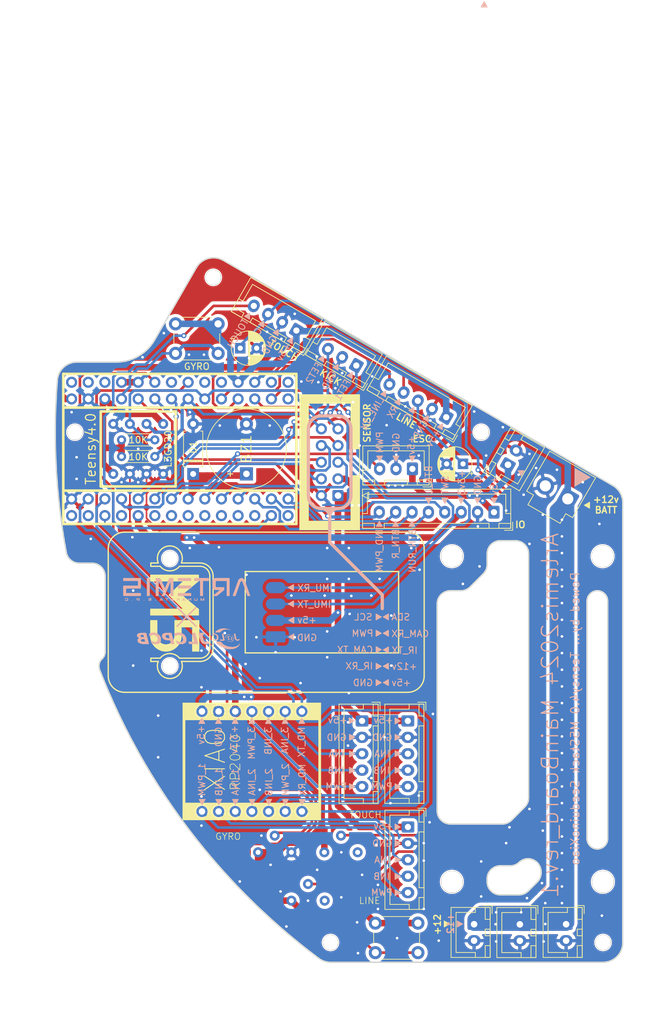
<source format=kicad_pcb>
(kicad_pcb (version 20221018) (generator pcbnew)
  (layers (0 "F.Cu" signal) (31 "B.Cu" signal) (34 "B.Paste" user) (35 "F.Paste" user) (36 "B.SilkS" user "B.Silkscreen") (37 "F.SilkS" user "F.Silkscreen") (38 "B.Mask" user) (39 "F.Mask" user) (44 "Edge.Cuts" user))
  (net 0 "")
  (net 1 "Buzzer")
  (net 2 "GND")
  (net 3 "Net-(J17-Pin_3)")
  (net 4 "Net-(J9-Pin_3)")
  (net 5 "+5V")
  (net 6 "MD1_INA")
  (net 7 "MD1_INB")
  (net 8 "MD1_PWM")
  (net 9 "MD2_INA")
  (net 10 "MD2_INB")
  (net 11 "MD2_PWM")
  (net 12 "MD3_INA")
  (net 13 "MD3_INB")
  (net 14 "MD3_PWM")
  (net 15 "+12V")
  (net 16 "IMU_TX")
  (net 17 "IMU_RX")
  (net 18 "BLDC_PWM")
  (net 19 "Touch")
  (net 20 "IR_RX")
  (net 21 "IR_TX")
  (net 22 "CAM_TX")
  (net 23 "CAM_RX")
  (net 24 "NeoPixel_PWM")
  (net 25 "L3GD_SDA")
  (net 26 "L3GD_SCL")
  (net 27 "+3.3V")
  (net 28 "SWT_START")
  (net 29 "BTN_Left")
  (net 30 "BTN_Run")
  (net 31 "BTN_Right")
  (net 32 "IND_PWM")
  (net 33 "FET1_Digital")
  (net 34 "FET2_Digital")
  (net 35 "TWILIGHT_TX")
  (net 36 "TWILIGHT_RX")
  (net 37 "LINE_RX")
  (net 38 "LINE_TX")
  (net 39 "LED1")
  (net 40 "LED2")
  (net 41 "LED3")
  (net 42 "L3GD_Trim")
  (net 43 "L3GD_RST")
  (net 44 "BTN_EX")
  (net 45 "MD_RX")
  (net 46 "MD_TX")
  (net 52 "EX_RX")
  (net 53 "EX_TX")
  (net 60 "D-")
  (net 61 "D+")
  (footprint "Connector_JST:JST_XH_B2B-XH-A_1x02_P2.50mm_Vertical" (layer "F.Cu") (at 180.27 143.55 -90)
    (fp_text reference "J6" hide)
    (fp_text value "Conn_01x02_Socket" hide)
  )
  (footprint "Connector_JST:JST_XH_B5B-XH-A_1x05_P2.50mm_Vertical" (layer "F.Cu") (at 176.022 66.294 150)
    (fp_text reference "LINE")
    (fp_text value "Conn_01x05_Socket" hide)
  )
  (footprint "MountingHole:MountingHole_3.2mm_M3" (layer "F.Cu") (at 199.8726 87.4776)
    (fp_text reference "REF**" hide)
    (fp_text value "MountingHole_3.2mm_M3" hide)
  )
  (footprint "Resistor_THT:R_Axial_DIN0204_L3.6mm_D1.6mm_P5.08mm_Horizontal" (layer "F.Cu") (at 131.572 72.2884 180)
    (fp_text reference "10K")
    (fp_text value "R" hide)
  )
  (footprint "可変抵抗:可変抵抗" (layer "F.Cu") (at 154.94 139.954)
    (fp_text reference "LINE")
    (fp_text value "R_Trim" hide)
  )
  (footprint "Connector_JST:JST_VH_B2P-VH-B_1x02_P3.96mm_Vertical" (layer "F.Cu") (at 194.564 78.74 150)
    (fp_text reference "J11" hide)
    (fp_text value "Conn_01x02_Socket" hide)
  )
  (footprint "Teensy_Breakout:Teensy_Brakeout" (layer "F.Cu") (at 134.922 71.13 90)
    (fp_text reference "U1" hide)
    (fp_text value "Teensy4.0")
  )
  (footprint "MountingHole:MountingHole_3.2mm_M3" (layer "F.Cu") (at 176.8856 137.0838)
    (fp_text reference "REF**" hide)
    (fp_text value "MountingHole_3.2mm_M3" hide)
  )
  (footprint "Connector_JST:JST_XH_B2B-XH-A_1x02_P2.50mm_Vertical" (layer "F.Cu") (at 185.44 73.539064 60)
    (fp_text reference "J12" hide)
    (fp_text value "Conn_01x02_Socket" hide)
  )
  (footprint "Connector_JST:JST_XH_B4B-XH-A_1x04_P2.50mm_Vertical" (layer "F.Cu") (at 153.162 53.086 150)
    (fp_text reference "TOUCH")
    (fp_text value "Conn_01x04_Socket" hide)
  )
  (footprint "MountingHole:MountingHole_2.2mm_M2" (layer "F.Cu") (at 181.356 68.58)
    (fp_text reference "REF**" hide)
    (fp_text value "MountingHole_2.2mm_M2" hide)
  )
  (footprint "Connector_JST:JST_XH_B5B-XH-A_1x05_P2.50mm_Vertical" (layer "F.Cu") (at 163.1823 112.5728 -90)
    (fp_text reference "J3" hide)
    (fp_text value "Conn_01x05_Socket" hide)
  )
  (footprint "MountingHole:MountingHole_2.2mm_M2" (layer "F.Cu") (at 133.858 87.8332)
    (fp_text reference "REF**" hide)
    (fp_text value "MountingHole_2.2mm_M2" hide)
  )
  (footprint "Connector_IDC:IDC-Header_2x05_P2.54mm_Vertical" (layer "F.Cu") (at 159.512 78.232 180)
    (fp_text reference "SENSOR")
    (fp_text value "Conn_01x10_Socket" hide)
  )
  (footprint "Connector_JST:JST_XH_B5B-XH-A_1x05_P2.50mm_Vertical" (layer "F.Cu") (at 170.18 128.731 -90)
    (fp_text reference "J1" hide)
    (fp_text value "Conn_01x05_Socket" hide)
  )
  (footprint "MountingHole:MountingHole_2.2mm_M2" (layer "F.Cu") (at 140.4874 44.9834)
    (fp_text reference "REF**" hide)
    (fp_text value "MountingHole_2.2mm_M2" hide)
  )
  (footprint "MountingHole:MountingHole_3.2mm_M3" (layer "F.Cu") (at 199.9234 137.0838)
    (fp_text reference "REF**" hide)
    (fp_text value "MountingHole_3.2mm_M3" hide)
  )
  (footprint "Button_Switch_THT:SW_PUSH_6mm_H5mm" (layer "F.Cu") (at 141.224 56.57 180)
    (fp_text reference "GYRO")
    (fp_text value "SW_Push" hide)
  )
  (footprint "Button_Switch_THT:SW_PUSH_6mm_H5mm" (layer "F.Cu") (at 171.704 147.8788 180)
    (fp_text reference "SW2" hide)
    (fp_text value "SW_Push" hide)
  )
  (footprint "Connector_JST:JST_XH_B2B-XH-A_1x02_P2.50mm_Vertical" (layer "F.Cu") (at 194.31 143.55 -90)
    (fp_text reference "J4" hide)
    (fp_text value "Conn_01x02_Socket" hide)
  )
  (footprint "可変抵抗:可変抵抗" (layer "F.Cu") (at 149.86 132.588)
    (fp_text reference "GYRO")
    (fp_text value "R_Potentiometer_Trim_US" hide)
  )
  (footprint "MountingHole:MountingHole_2.2mm_M2" (layer "F.Cu") (at 158.369 146.3294)
    (fp_text reference "REF**" hide)
    (fp_text value "MountingHole_2.2mm_M2" hide)
  )
  (footprint "Connector_JST:JST_XH_B8B-XH-A_1x08_P2.50mm_Vertical" (layer "F.Cu") (at 183.308 80.772 180)
    (fp_text reference "IO")
    (fp_text value "Conn_01x08_Socket" hide)
  )
  (footprint "MountingHole:MountingHole_3.2mm_M3" (layer "F.Cu") (at 176.8856 87.4776)
    (fp_text reference "REF**" hide)
    (fp_text value "MountingHole_3.2mm_M3" hide)
  )
  (footprint "MountingHole:MountingHole_2.2mm_M2" (layer "F.Cu") (at 199.9488 146.3294)
    (fp_text reference "REF**" hide)
    (fp_text value "MountingHole_2.2mm_M2" hide)
  )
  (footprint "L3GD20H_Module:L3GD20H_Module_KiCad6.0" (layer "F.Cu") (at 127.762 71.13 -90)
    (fp_text reference "U3" hide)
    (fp_text value "~")
  )
  (footprint "Diode_THT:D_A-405_P7.62mm_Horizontal" (layer "F.Cu") (at 137.414 74.94 90)
    (fp_text reference "D1")
    (fp_text value "D")
  )
  (footprint "MountingHole:MountingHole_2.2mm_M2" (layer "F.Cu") (at 119.38 68.58)
    (fp_text reference "REF**" hide)
    (fp_text value "MountingHole_2.2mm_M2" hide)
  )
  (footprint "Resistor_THT:R_Axial_DIN0204_L3.6mm_D1.6mm_P5.08mm_Horizontal" (layer "F.Cu") (at 131.572 69.7484 180)
    (fp_text reference "10K")
    (fp_text value "R" hide)
  )
  (footprint "MountingHole:MountingHole_2.2mm_M2" (layer "F.Cu") (at 133.858 104.1908)
    (fp_text reference "REF**" hide)
    (fp_text value "MountingHole_2.2mm_M2" hide)
  )
  (footprint "Connector_JST:JST_XH_B2B-XH-A_1x02_P2.50mm_Vertical" (layer "F.Cu") (at 187.255 143.57 -90)
    (fp_text reference "J5" hide)
    (fp_text value "Conn_01x02_Socket" hide)
  )
  (footprint "可変抵抗:可変抵抗" (layer "F.Cu") (at 159.9692 132.588)
    (fp_text reference "TOUCH")
    (fp_text value "R_Trim" hide)
  )
  (footprint "Connector_JST:JST_XH_B3B-XH-A_1x03_P2.50mm_Vertical" (layer "F.Cu") (at 162.306 58.42 150)
    (fp_text reference "KICK")
    (fp_text value "Conn_01x03_Socket" hide)
  )
  (footprint "Connector_JST:JST_XH_B5B-XH-A_1x05_P2.50mm_Vertical" (layer "F.Cu") (at 170.1673 112.5728 -90)
    (fp_text reference "J2" hide)
    (fp_text value "Conn_01x05_Socket" hide)
  )
  (footprint "Seeeduino_Xiao:seeeduinoXIAO" (layer "F.Cu") (at 146.05 118.8466 90)
    (fp_text reference "U2" hide)
    (fp_text value "SeeeduinoXIAO" hide)
  )
  (footprint "Capacitor_THT:CP_Radial_D5.0mm_P2.50mm" (layer "F.Cu") (at 178.5874 73.406 180)
    (fp_text reference "C1" hide)
    (fp_text value "C" hide)
  )
  (footprint "Buzzer_Beeper:Buzzer_12x9.5RM7.6" (layer "F.Cu") (at 145.542 74.93 90)
    (fp_text reference "BZ1")
    (fp_text value "Buzzer" hide)
  )
  (footprint "Connector_JST:JST_XH_B3B-XH-A_1x03_P2.50mm_Vertical" (layer "F.Cu") (at 170.862 74.168 180)
    (fp_text reference "ESC")
    (fp_text value "Conn_01x03_Socket" hide)
  )
  (footprint "Capacitor_THT:CP_Radial_D5.0mm_P2.50mm" (layer "F.Cu") (at 144.6022 55.7784)
    (fp_text reference "C2" hide)
    (fp_text value "C" hide)
  )
  (footprint "Connector_JST:JST_XH_S4B-XH-A_1x04_P2.50mm_Horizontal" (layer "B.Cu") (at 150.008 99.762 90)
    (fp_text reference "J7" hide)
    (fp_text value "Conn_01x04_Socket" hide)
  )
  (footprint "Artemis_Logo:Artemis_Logo" (layer "B.Cu") (at 137.795 92.0496 180)
    (fp_text reference "G***" hide)
    (fp_text value "LOGO" hide)
  )
  (footprint "_Others:JLCPCB" (layer "B.Cu") (at 136.8044 100.1014 180)
    (fp_text reference "G***" hide)
    (fp_text value "LOGO" hide)
  )
  (gr_arc (start 158.242 81.455246) (mid 158.605787 80.576987) (end 159.484046 80.2132) (stroke (width 0.5)) (layer "B.SilkS"))
  (gr_line (start 166.2684 93.3704) (end 158.242 85.344) (stroke (width 0.5)) (layer "B.SilkS"))
  (gr_arc (start 159.512 66.0908) (mid 160.912919 66.67108) (end 161.4932 68.072) (stroke (width 0.5)) (layer "B.SilkS"))
  (gr_line (start 158.242 80.264) (end 158.242 85.344) (stroke (width 0.5)) (layer "B.SilkS"))
  (gr_line (start 154.9908 68.072) (end 154.9908 78.232) (stroke (width 0.5)) (layer "B.SilkS"))
  (gr_arc (start 156.999954 80.2132) (mid 157.878213 80.576987) (end 158.242 81.455246) (stroke (width 0.5)) (layer "B.SilkS"))
  (gr_line (start 156.972 80.2132) (end 159.512 80.2132) (stroke (width 0.5)) (layer "B.SilkS"))
  (gr_line (start 161.4932 78.232) (end 161.4932 68.072) (stroke (width 0.5)) (layer "B.SilkS"))
  (gr_arc (start 154.9908 68.072) (mid 155.57108 66.671081) (end 156.972 66.0908) (stroke (width 0.5)) (layer "B.SilkS"))
  (gr_line (start 166.2684 95.4532) (end 166.2684 93.3704) (stroke (width 0.5)) (layer "B.SilkS"))
  (gr_line (start 159.512 66.0908) (end 156.972 66.0908) (stroke (width 0.5)) (layer "B.SilkS"))
  (gr_arc (start 161.4932 78.232) (mid 160.91292 79.632919) (end 159.512 80.2132) (stroke (width 0.5)) (layer "B.SilkS"))
  (gr_arc (start 156.972 80.2132) (mid 155.571081 79.63292) (end 154.9908 78.232) (stroke (width 0.5)) (layer "B.SilkS"))
  (gr_arc (start 135.560001 99.6092) (mid 133.26 101.909201) (end 130.96 99.6092) (stroke (width 0.2)) (layer "F.SilkS"))
  (gr_arc (start 139.96 101.5092) (mid 139.52066 102.56986) (end 138.46 103.0092) (stroke (width 0.2)) (layer "F.SilkS"))
  (gr_line (start 135.333093 89.0092) (end 138.46 89.0092) (stroke (width 0.2)) (layer "F.SilkS"))
  (gr_poly (pts (xy 130.96 90.378266) (xy 130.96 91.218754) (xy 136.06 91.218754) (xy 133.796231 93.393733) (xy 136.06 95.568713) (xy 130.96 95.568713) (xy 130.96 96.4092) (xy 138.195705 96.4092) (xy 138.195705 95.568713) (xy 135.558547 93.393733) (xy 138.195705 91.218754) (xy 138.195705 90.378266)) (stroke (width 0.15)) (fill solid) (layer "F.SilkS"))
  (gr_line (start 168.76 89.8092) (end 168.76 102.2092) (stroke (width 0.2)) (layer "F.SilkS"))
  (gr_line (start 132.386908 103.0092) (end 130.96 103.0092) (stroke (width 0.2)) (layer "F.SilkS"))
  (gr_line (start 130.96 89.0092) (end 132.386908 89.0092) (stroke (width 0.2)) (layer "F.SilkS"))
  (gr_arc (start 172.66 105.7092) (mid 171.927767 107.476967) (end 170.16 108.2092) (stroke (width 0.2)) (layer "F.SilkS"))
  (gr_line (start 140.46 101.5092) (end 140.46 90.5092) (stroke (width 0.2)) (layer "F.SilkS"))
  (gr_line (start 130.96 90.378266) (end 138.195705 90.378266) (stroke (width 0.2)) (layer "F.SilkS"))
  (gr_line (start 130.96 97.3092) (end 131.86 97.3092) (stroke (width 0.2)) (layer "F.SilkS"))
  (gr_arc (start 140.46 101.5092) (mid 139.874214 102.923414) (end 138.46 103.5092) (stroke (width 0.2)) (layer "F.SilkS"))
  (gr_line (start 130.96 95.568713) (end 136.06 95.568713) (stroke (width 0.2)) (layer "F.SilkS"))
  (gr_line (start 138.26 97.3092) (end 138.26 101.9092) (stroke (width 0.2)) (layer "F.SilkS"))
  (gr_line (start 130.96 91.218754) (end 130.96 90.378266) (stroke (width 0.2)) (layer "F.SilkS"))
  (gr_line (start 135.558547 93.393733) (end 138.195705 95.568713) (stroke (width 0.2)) (layer "F.SilkS"))
  (gr_line (start 138.195705 91.218754) (end 135.558547 93.393733) (stroke (width 0.2)) (layer "F.SilkS"))
  (gr_line (start 124.46 86.3092) (end 124.46 105.7092) (stroke (width 0.2)) (layer "F.SilkS"))
  (gr_line (start 132.093648 88.5092) (end 130.96 88.5092) (stroke (width 0.2)) (layer "F.SilkS"))
  (gr_arc (start 132.093648 88.5092) (mid 133.86 85.9092) (end 135.626353 88.5092) (stroke (width 0.2)) (layer "F.SilkS"))
  (gr_line (start 135.626352 103.5092) (end 138.46 103.5092) (stroke (width 0.2)) (layer "F.SilkS"))
  (gr_line (start 139.96 90.5092) (end 139.96 101.5092) (stroke (width 0.2)) (layer "F.SilkS"))
  (gr_line (start 130.96 103.5092) (end 132.093648 103.5092) (stroke (width 0.2)) (layer "F.SilkS"))
  (gr_arc (start 124.46 86.3092) (mid 125.192233 84.541433) (end 126.96 83.8092) (stroke (width 0.2)) (layer "F.SilkS"))
  (gr_line (start 168.76 102.2092) (end 145.36 102.2092) (stroke (width 0.2)) (layer "F.SilkS"))
  (gr_poly (pts (xy 161.492 71.102) (xy 162.7632 71.0946) (xy 162.7258 62.8874) (xy 153.682 62.862) (xy 153.682 83.442) (xy 162.802 83.442) (xy 162.802 75.202) (xy 161.492 75.202) (xy 161.492 82.142) (xy 154.992 82.142) (xy 154.992 64.162) (xy 161.492 64.162)) (stroke (width 0.1)) (fill solid) (layer "F.SilkS"))
  (gr_line (start 136.06 95.568713) (end 133.796231 93.393733) (stroke (width 0.2)) (layer "F.SilkS"))
  (gr_arc (start 132.386908 103.0092) (mid 133.86 102.3092) (end 135.333092 103.0092) (stroke (width 0.2)) (layer "F.SilkS"))
  (gr_arc (start 135.626352 103.5092) (mid 133.86 106.1092) (end 132.093648 103.5092) (stroke (width 0.2)) (layer "F.SilkS"))
  (gr_line (start 134.66 99.6092) (end 134.66 97.3092) (stroke (width 0.2)) (layer "F.SilkS"))
  (gr_arc (start 138.46 88.5092) (mid 139.874214 89.094986) (end 140.46 90.5092) (stroke (width 0.2)) (layer "F.SilkS"))
  (gr_line (start 130.96 88.5092) (end 130.96 89.0092) (stroke (width 0.2)) (layer "F.SilkS"))
  (gr_line (start 130.96 96.4092) (end 130.96 95.568713) (stroke (width 0.2)) (layer "F.SilkS"))
  (gr_line (start 133.796231 93.393733) (end 136.06 91.218754) (stroke (width 0.2)) (layer "F.SilkS"))
  (gr_arc (start 126.96 108.2092) (mid 125.192233 107.476967) (end 124.46 105.7092) (stroke (width 0.2)) (layer "F.SilkS"))
  (gr_line (start 131.86 97.3092) (end 131.86 99.6092) (stroke (width 0.2)) (layer "F.SilkS"))
  (gr_line (start 138.46 88.5092) (end 135.626353 88.5092) (stroke (width 0.2)) (layer "F.SilkS"))
  (gr_line (start 137.36 101.9092) (end 137.36 98.2092) (stroke (width 0.2)) (layer "F.SilkS"))
  (gr_line (start 138.46 103.0092) (end 135.333092 103.0092) (stroke (width 0.2)) (layer "F.SilkS"))
  (gr_line (start 136.06 91.218754) (end 130.96 91.218754) (stroke (width 0.2)) (layer "F.SilkS"))
  (gr_poly (pts (xy 138.26 101.9092) (xy 138.26 97.3092) (xy 134.66 97.3092) (xy 134.66 99.6092) (xy 134.5184 100.33) (xy 134.0612 100.8126) (xy 133.26 101.0092) (xy 132.4102 100.838) (xy 132.0038 100.3808) (xy 131.86 99.6092) (xy 131.86 97.3092) (xy 130.96 97.3092) (xy 130.96 99.6092) (xy 131.191 100.5332) (xy 131.699 101.2698) (xy 132.3848 101.7016) (xy 133.26 101.909201) (xy 134.1374 101.7016) (xy 134.8232 101.2444) (xy 135.3312 100.6094) (xy 135.560001 99.6092) (xy 135.56 98.2092) (xy 137.36 98.2092) (xy 137.36 101.9092)) (stroke (width 0.15)) (fill solid) (layer "F.SilkS"))
  (gr_line (start 138.26 101.9092) (end 137.36 101.9092) (stroke (width 0.2)) (layer "F.SilkS"))
  (gr_arc (start 138.46 89.0092) (mid 139.52066 89.44854) (end 139.96 90.5092) (stroke (width 0.2)) (layer "F.SilkS"))
  (gr_line (start 130.96 103.0092) (end 130.96 103.5092) (stroke (width 0.2)) (layer "F.SilkS"))
  (gr_line (start 138.195705 90.378266) (end 138.195705 91.218754) (stroke (width 0.2)) (layer "F.SilkS"))
  (gr_arc (start 134.66 99.6092) (mid 133.26 101.0092) (end 131.86 99.6092) (stroke (width 0.2)) (layer "F.SilkS"))
  (gr_line (start 137.36 98.2092) (end 135.56 98.2092) (stroke (width 0.2)) (layer "F.SilkS"))
  (gr_line (start 172.66 105.7092) (end 172.66 86.3092) (stroke (width 0.2)) (layer "F.SilkS"))
  (gr_line (start 126.96 108.2092) (end 170.16 108.2092) (stroke (width 0.2)) (layer "F.SilkS"))
  (gr_line (start 130.96 99.6092) (end 130.96 97.3092) (stroke (width 0.2)) (layer "F.SilkS"))
  (gr_arc (start 135.333093 89.0092) (mid 133.86 89.7092) (end 132.386908 89.0092) (stroke (width 0.2)) (layer "F.SilkS"))
  (gr_line (start 134.66 97.3092) (end 138.26 97.3092) (stroke (width 0.2)) (layer "F.SilkS"))
  (gr_line (start 170.16 83.8092) (end 126.96 83.8092) (stroke (width 0.2)) (layer "F.SilkS"))
  (gr_line (start 138.195705 95.568713) (end 138.195705 96.4092) (stroke (width 0.2)) (layer "F.SilkS"))
  (gr_line (start 138.195705 96.4092) (end 130.96 96.4092) (stroke (width 0.2)) (layer "F.SilkS"))
  (gr_line (start 145.36 89.8092) (end 168.76 89.8092) (stroke (width 0.2)) (layer "F.SilkS"))
  (gr_line (start 145.36 102.2092) (end 145.36 89.8092) (stroke (width 0.2)) (layer "F.SilkS"))
  (gr_line (start 135.56 98.2092) (end 135.560001 99.6092) (stroke (width 0.2)) (layer "F.SilkS"))
  (gr_arc (start 170.16 83.8092) (mid 171.927767 84.541433) (end 172.66 86.3092) (stroke (width 0.2)) (layer "F.SilkS"))
  (gr_line (start 187.138617 139.079107) (end 184.252044 139.079107) (stroke (width 0.2)) (layer "Edge.Cuts"))
  (gr_arc (start 199.079044 132.094107) (mid 197.956866 131.629285) (end 197.492044 130.507107) (stroke (width 0.2)) (layer "Edge.Cuts"))
  (gr_line (start 116.578706 74.782456) (end 116.72394 76.795672) (stroke (width 0.2)) (layer "Edge.Cuts"))
  (gr_line (start 125.29347 109.848933) (end 126.14469 111.679111) (stroke (width 0.2)) (layer "Edge.Cuts"))
  (gr_line (start 116.834337 59.991432) (end 116.74875 60.324599) (stroke (width 0.2)) (layer "Edge.Cuts"))
  (gr_line (start 144.4841 138.092068) (end 145.901455 139.52916) (stroke (width 0.2)) (layer "Edge.Cuts"))
  (gr_line (start 202.633889 77.977877) (end 202.459455 77.675748) (stroke (width 0.2)) (layer "Edge.Cuts"))
  (gr_arc (start 197.492044 94.311107) (mid 197.956866 93.188929) (end 199.079044 92.724107) (stroke (width 0.2)) (layer "Edge.Cuts"))
  (gr_line (start 200.288888 149.324801) (end 200.620556 149.268453) (stroke (width 0.2)) (layer "Edge.Cuts"))
  (gr_line (start 140.73944 42.016353) (end 140.403083 42.010061) (stroke (width 0.2)) (layer "Edge.Cuts"))
  (gr_line (start 126.213341 57.884357) (end 125.708914 57.903236) (stroke (width 0.2)) (layer "Edge.Cuts"))
  (gr_arc (start 199.080044 92.724107) (mid 200.202222 93.188929) (end 200.667044 94.311107) (stroke (width 0.2)) (layer "Edge.Cuts"))
  (gr_line (start 129.913541 118.816943) (end 130.944826 120.552045) (stroke (width 0.2)) (layer "Edge.Cuts"))
  (gr_line (start 116.410271 70.749283) (end 116.474136 72.76672) (stroke (width 0.2)) (layer "Edge.Cuts"))
  (gr_line (start 202.87778 147.011264) (end 202.934133 146.679597) (stroke (width 0.2)) (layer "Edge.Cuts"))
  (gr_line (start 126.714947 57.827835) (end 126.213341 57.884357) (stroke (width 0.2)) (layer "Edge.Cuts"))
  (gr_line (start 130.300072 56.101325) (end 129.917461 56.430586) (stroke (width 0.2)) (layer "Edge.Cuts"))
  (gr_line (start 200.620556 149.268453) (end 200.94383 149.175324) (stroke (width 0.2)) (layer "Edge.Cuts"))
  (gr_line (start 158.06719 149.326605) (end 158.387044 149.343705) (stroke (width 0.2)) (layer "Edge.Cuts"))
  (gr_line (start 184.252044 85.104107) (end 186.602044 85.104107) (stroke (width 0.2)) (layer "Edge.Cuts"))
  (gr_line (start 138.558418 42.734004) (end 138.316122 42.967389) (stroke (width 0.2)) (layer "Edge.Cuts"))
  (gr_line (start 179.66283 92.138321) (end 181.666258 90.134893) (stroke (width 0.2)) (layer "Edge.Cuts"))
  (gr_line (start 202.493168 147.939791) (end 202.655902 147.645348) (stroke (width 0.2)) (layer "Edge.Cuts"))
  (gr_line (start 184.598617 128.284107) (end 176.632044 128.284107) (stroke (width 0.2)) (layer "Edge.Cuts"))
  (gr_arc (start 181.365425 67.49411) (mid 182.467807 68.594107) (end 181.365425 69.694104) (stroke (width 0.2)) (layer "Edge.Cuts"))
  (gr_line (start 188.016258 125.694893) (end 186.01283 127.698321) (stroke (width 0.2)) (layer "Edge.Cuts"))
  (gr_line (start 142.015266 42.409805) (end 141.714908 42.258268) (stroke (width 0.2)) (layer "Edge.Cuts"))
  (gr_line (start 137.847863 130.494002) (end 139.113215 132.066584) (stroke (width 0.2)) (layer "Edge.Cuts"))
  (gr_line (start 200.94383 149.175324) (end 201.254644 149.046585) (stroke (width 0.2)) (layer "Edge.Cuts"))
  (gr_circle (center 119.387044 68.594107) (end 118.287044 68.594107) (stroke (width 0.2)) (fill none) (layer "Edge.Cuts"))
  (gr_line (start 129.083905 56.998892) (end 128.637622 57.23476) (stroke (width 0.2)) (layer "Edge.Cuts"))
  (gr_line (start 128.637622 57.23476) (end 128.174959 57.436618) (stroke (width 0.2)) (layer "Edge.Cuts"))
  (gr_line (start 202.872129 78.632425) (end 202.77207 78.298213) (stroke (width 0.2)) (layer "Edge.Cuts"))
  (gr_line (start 138.10148 43.226434) (end 137.91719 43.507882) (stroke (width 0.2)) (layer "Edge.Cuts"))
  (gr_arc (start 187.142109 134.095939) (mid 189.303954 133.723395) (end 190.507044 135.557771) (stroke (width 0.2)) (layer "Edge.Cuts"))
  (gr_line (start 119.348999 57.922997) (end 119.010094 57.981894) (stroke (width 0.2)) (layer "Edge.Cuts"))
  (gr_line (start 139.113472 42.355594) (end 138.82532 42.529214) (stroke (width 0.2)) (layer "Edge.Cuts"))
  (gr_line (start 139.738812 42.110178) (end 139.419251 42.215327) (stroke (width 0.2)) (layer "Edge.Cuts"))
  (gr_line (start 128.174959 57.436618) (end 127.698506 57.603338) (stroke (width 0.2)) (layer "Edge.Cuts"))
  (gr_line (start 145.901455 139.52916) (end 147.347527 140.937352) (stroke (width 0.2)) (layer "Edge.Cuts"))
  (gr_line (start 139.419251 42.215327) (end 139.113472 42.355594) (stroke (width 0.2)) (layer "Edge.Cuts"))
  (gr_line (start 201.254644 149.046585) (end 201.549089 148.883855) (stroke (width 0.2)) (layer "Edge.Cuts"))
  (gr_arc (start 120.042654 88.526107) (mid 118.771376 88.07008) (end 118.079835 86.909959) (stroke (width 0.2)) (layer "Edge.Cuts"))
  (gr_line (start 116.387138 68.730969) (end 116.410271 70.749283) (stroke (width 0.2)) (layer "Edge.Cuts"))
  (gr_line (start 118.680158 58.0792) (end 118.363531 58.213636) (stroke (width 0.2)) (layer "Edge.Cuts"))
  (gr_circle (center 133.865044 104.204907) (end 132.765044 104.204907) (stroke (width 0.2)) (fill none) (layer "Edge.Cuts"))
  (gr_arc (start 176.632044 128.284107) (mid 175.21783 127.698321) (end 174.632044 126.284107) (stroke (width 0.2)) (layer "Edge.Cuts"))
  (gr_line (start 124.007046 90.526107) (end 124.007046 102.035525) (stroke (width 0.2)) (layer "Edge.Cuts"))
  (gr_line (start 158.387044 149.343705) (end 199.952996 149.343705) (stroke (width 0.2)) (layer "Edge.Cuts"))
  (gr_line (start 141.714908 42.258268) (end 141.399503 42.141241) (stroke (width 0.2)) (layer "Edge.Cuts"))
  (gr_line (start 157.750982 149.275501) (end 158.06719 149.326605) (stroke (width 0.2)) (layer "Edge.Cuts"))
  (gr_arc (start 188.602044 124.28068) (mid 188.449803 125.046047) (end 188.016258 125.694893) (stroke (width 0.2)) (layer "Edge.Cuts"))
  (gr_line (start 153.407029 146.269828) (end 154.987622 147.525159) (stroke (width 0.2)) (layer "Edge.Cuts"))
  (gr_circle (center 199.879644 87.491707) (end 198.279644 87.491707) (stroke (width 0.2)) (fill none) (layer "Edge.Cuts"))
  (gr_arc (start 184.252044 139.079107) (mid 182.83783 138.493321) (end 182.252044 137.079107) (stroke (width 0.2)) (layer "Edge.Cuts"))
  (gr_arc (start 158.361747 147.443414) (mid 157.276222 146.32371) (end 158.401341 145.243798) (stroke (width 0.2)) (layer "Edge.Cuts"))
  (gr_line (start 202.011718 77.142154) (end 201.74447 76.917904) (stroke (width 0.2)) (layer "Edge.Cuts"))
  (gr_line (start 190.507044 135.557771) (end 190.507044 135.71068) (stroke (width 0.2)) (layer "Edge.Cuts"))
  (gr_arc (start 186.602044 85.104107) (mid 188.016258 85.689893) (end 188.602044 87.104107) (stroke (width 0.2)) (layer "Edge.Cuts"))
  (gr_circle (center 176.892644 87.491707) (end 175.292644 87.491707) (stroke (width 0.2)) (fill none) (layer "Edge.Cuts"))
  (gr_line (start 138.316122 42.967389) (end 138.10148 43.226434) (stroke (width 0.2)) (layer "Edge.Cuts"))
  (gr_line (start 202.77207 78.298213) (end 202.633889 77.977877) (stroke (width 0.2)) (layer "Edge.Cuts"))
  (gr_arc (start 181.365425 69.694104) (mid 180.263044 68.594107) (end 181.365425 67.49411) (stroke (width 0.2)) (layer "Edge.Cuts"))
  (gr_line (start 127.210927 57.733988) (end 126.714947 57.827835) (stroke (width 0.2)) (layer "Edge.Cuts"))
  (gr_line (start 117.533929 58.819753) (end 117.309613 59.080536) (stroke (width 0.2)) (layer "Edge.Cuts"))
  (gr_line (start 138.82532 42.529214) (end 138.558418 42.734004) (stroke (width 0.2)) (layer "Edge.Cuts"))
  (gr_line (start 130.986272 55.361787) (end 130.657008 55.744394) (stroke (width 0.2)) (layer "Edge.Cuts"))
  (gr_line (start 140.403083 42.010061) (end 140.068137 42.041468) (stroke (width 0.2)) (layer "Edge.Cuts"))
  (gr_line (start 116.701864 60.665374) (end 116.562141 62.678979) (stroke (width 0.2)) (layer "Edge.Cuts"))
  (gr_line (start 119.010094 57.981894) (end 118.680158 58.0792) (stroke (width 0.2)) (layer "Edge.Cuts"))
  (gr_line (start 118.363531 58.213636) (end 118.064376 58.383434) (stroke (width 0.2)) (layer "Edge.Cuts"))
  (gr_circle (center 133.865044 87.847307) (end 132.765044 87.847307) (stroke (width 0.2)) (fill none) (layer "Edge.Cuts"))
  (gr_line (start 136.614509 128.896202) (end 137.847863 130.494002) (stroke (width 0.2)) (layer "Edge.Cuts"))
  (gr_line (start 202.298489 148.214162) (end 202.493168 147.939791) (stroke (width 0.2)) (layer "Edge.Cuts"))
  (gr_line (start 202.934133 146.679597) (end 202.952996 146.343705) (stroke (width 0.2)) (layer "Edge.Cuts"))
  (gr_line (start 117.402946 82.811995) (end 117.710076 84.806939) (stroke (width 0.2)) (layer "Edge.Cuts"))
  (gr_line (start 156.859831 148.925878) (end 157.143842 149.073989) (stroke (width 0.2)) (layer "Edge.Cuts"))
  (gr_line (start 117.116625 59.365284) (end 116.957502 59.670253) (stroke (width 0.2)) (layer "Edge.Cuts"))
  (gr_arc (start 200.030711 147.440956) (mid 198.855645 146.419996) (end 199.878129 145.246256) (stroke (width 0.2)) (layer "Edge.Cuts"))
  (gr_line (start 202.952996 79.324271) (end 202.932712 78.975993) (stroke (width 0.2)) (layer "Edge.Cuts"))
  (gr_arc (start 174.632044 94.724107) (mid 175.21783 93.309893) (end 176.632044 92.724107) (stroke (width 0.2)) (layer "Edge.Cuts"))
  (gr_line (start 197.492044 130.507107) (end 197.492044 94.311107) (stroke (width 0.2)) (layer "Edge.Cuts"))
  (gr_line (start 148.821727 142.31607) (end 150.323453 143.664754) (stroke (width 0.2)) (layer "Edge.Cuts"))
  (gr_line (start 128.917486 117.061379) (end 129.913541 118.816943) (stroke (width 0.2)) (layer "Edge.Cuts"))
  (gr_arc (start 124.007046 102.035525) (mid 123.883677 102.631248) (end 123.533864 103.12898) (stroke (width 0.2)) (layer "Edge.Cuts"))
  (gr_arc (start 123.164805 104.771548) (mid 123.097169 103.893606) (end 123.533864 103.12898) (stroke (width 0.2)) (layer "Edge.Cuts"))
  (gr_line (start 176.632044 92.724107) (end 178.248617 92.724107) (stroke (width 0.2)) (layer "Edge.Cuts"))
  (gr_line (start 141.072978 42.060263) (end 140.73944 42.016353) (stroke (width 0.2)) (layer "Edge.Cuts"))
  (gr_line (start 124.479362 108.001948) (end 125.29347 109.848933) (stroke (width 0.2)) (layer "Edge.Cuts"))
  (gr_line (start 143.096039 136.626662) (end 144.4841 138.092068) (stroke (width 0.2)) (layer "Edge.Cuts"))
  (gr_line (start 156.59323 148.748332) (end 156.859831 148.925878) (stroke (width 0.2)) (layer "Edge.Cuts"))
  (gr_line (start 201.823463 148.68918) (end 202.074314 148.46501) (stroke (width 0.2)) (layer "Edge.Cuts"))
  (gr_line (start 199.079044 92.724107) (end 199.080044 92.724107) (stroke (width 0.2)) (layer "Edge.Cuts"))
  (gr_line (start 116.404746 66.712598) (end 116.387138 68.730969) (stroke (width 0.2)) (layer "Edge.Cuts"))
  (gr_line (start 119.692419 57.903236) (end 119.348999 57.922997) (stroke (width 0.2)) (layer "Edge.Cuts"))
  (gr_line (start 174.632044 126.284107) (end 174.632044 94.724107) (stroke (width 0.2)) (layer "Edge.Cuts"))
  (gr_line (start 116.909778 78.805545) (end 117.136144 80.811259) (stroke (width 0.2)) (layer "Edge.Cuts"))
  (gr_arc (start 200.667044 130.507107) (mid 200.202222 131.629285) (end 199.080044 132.094107) (stroke (width 0.2)) (layer "Edge.Cuts"))
  (gr_arc (start 188.55283 138.493321) (mid 187.903984 138.926866) (end 187.138617 139.079107) (stroke (width 0.2)) (layer "Edge.Cuts"))
  (gr_line (start 116.72394 76.795672) (end 116.909778 78.805545) (stroke (width 0.2)) (layer "Edge.Cuts"))
  (gr_line (start 135.413655 127.273833) (end 136.614509 128.896202) (stroke (width 0.2)) (layer "Edge.Cuts"))
  (gr_line (start 116.474136 72.76672) (end 116.578706 74.782456) (stroke (width 0.2)) (layer "Edge.Cuts"))
  (gr_line (start 131.286025 54.955645) (end 130.986272 55.361787) (stroke (width 0.2)) (layer "Edge.Cuts"))
  (gr_line (start 202.074314 148.46501) (end 202.298489 148.214162) (stroke (width 0.2)) (layer "Edge.Cuts"))
  (gr_line (start 141.399503 42.141241) (end 141.072978 42.060263) (stroke (width 0.2)) (layer "Edge.Cuts"))
  (gr_line (start 126.14469 111.679111) (end 127.032677 113.491736) (stroke (width 0.2)) (layer "Edge.Cuts"))
  (gr_line (start 117.710076 84.806939) (end 118.057408 86.795277) (stroke (width 0.2)) (layer "Edge.Cuts"))
  (gr_line (start 131.554585 54.528236) (end 131.286025 54.955645) (stroke (width 0.2)) (layer "Edge.Cuts"))
  (gr_line (start 151.852095 144.982852) (end 153.407029 146.269828) (stroke (width 0.2)) (layer "Edge.Cuts"))
  (gr_line (start 199.080044 132.094107) (end 199.079044 132.094107) (stroke (width 0.2)) (layer "Edge.Cuts"))
  (gr_line (start 137.91719 43.507882) (end 131.554585 54.528236) (stroke (width 0.2)) (layer "Edge.Cuts"))
  (gr_arc (start 140.9954 44.0182) (mid 141.499816 45.498454) (end 140.01431 45.987189) (stroke (width 0.2)) (layer "Edge.Cuts"))
  (gr_arc (start 182.252044 88.72068) (mid 182.099803 89.486047) (end 181.666258 90.134893) (stroke (width 0.2)) (layer "Edge.Cuts"))
  (gr_line (start 199.952996 149.343705) (end 200.288888 149.324801) (stroke (width 0.2)) (layer "Edge.Cuts"))
  (gr_arc (start 122.007046 88.526107) (mid 123.42126 89.111893) (end 124.007046 90.526107) (stroke (width 0.2)) (layer "Edge.Cuts"))
  (gr_line (start 202.251125 77.395912) (end 202.011718 77.142154) (stroke (width 0.2)) (layer "Edge.Cuts"))
  (gr_line (start 123.164805 104.771548) (end 123.702698 106.138906) (stroke (width 0.2)) (layer "Edge.Cuts"))
  (gr_line (start 116.957502 59.670253) (end 116.834337 59.991432) (stroke (width 0.2)) (layer "Edge.Cuts"))
  (gr_line (start 116.74875 60.324599) (end 116.701864 60.665374) (stroke (width 0.2)) (layer "Edge.Cuts"))
  (gr_line (start 140.410049 133.613306) (end 141.737838 135.133539) (stroke (width 0.2)) (layer "Edge.Cuts"))
  (gr_line (start 129.917461 56.430586) (end 129.511316 56.730333) (stroke (width 0.2)) (layer "Edge.Cuts"))
  (gr_line (start 139.113215 132.066584) (end 140.410049 133.613306) (stroke (width 0.2)) (layer "Edge.Cuts"))
  (gr_line (start 133.111392 123.958047) (end 134.245791 125.627558) (stroke (width 0.2)) (layer "Edge.Cuts"))
  (gr_line (start 117.309613 59.080536) (end 117.116625 59.365284) (stroke (width 0.2)) (layer "Edge.Cuts"))
  (gr_arc (start 187.142109 134.095939) (mid 186.510774 134.494707) (end 185.777174 134.634107) (stroke (width 0.2)) (layer "Edge.Cuts"))
  (gr_line (start 182.252044 137.079107) (end 182.252044 136.634107) (stroke (width 0.2)) (layer "Edge.Cuts"))
  (gr_line (start 116.562141 62.678979) (end 116.463088 64.694995) (stroke (width 0.2)) (layer "Edge.Cuts"))
  (gr_line (start 154.987622 147.525159) (end 156.59323 148.748332) (stroke (width 0.2)) (layer "Edge.Cuts"))
  (gr_line (start 140.068137 42.041468) (end 139.738812 42.110178) (stroke (width 0.2)) (layer "Edge.Cuts"))
  (gr_line (start 123.702698 106.138906) (end 124.479362 108.001948) (stroke (width 0.2)) (layer "Edge.Cuts"))
  (gr_line (start 201.74447 76.917904) (end 201.452996 76.726195) (stroke (width 0.2)) (layer "Edge.Cuts"))
  (gr_line (start 132.010921 122.265979) (end 133.111392 123.958047) (stroke (width 0.2)) (layer "Edge.Cuts"))
  (gr_line (start 117.136144 80.811259) (end 117.402946 82.811995) (stroke (width 0.2)) (layer "Edge.Cuts"))
  (gr_line (start 189.921258 137.124893) (end 188.55283 138.493321) (stroke (width 0.2)) (layer "Edge.Cuts"))
  (gr_arc (start 182.252044 87.104107) (mid 182.83783 85.689893) (end 184.252044 85.104107) (stroke (width 0.2)) (layer "Edge.Cuts"))
  (gr_line (start 134.245791 125.627558) (end 135.413655 127.273833) (stroke (width 0.2)) (layer "Edge.Cuts"))
  (gr_line (start 127.032677 113.491736) (end 127.957068 115.286069) (stroke (width 0.2)) (layer "Edge.Cuts"))
  (gr_line (start 120.042654 88.526107) (end 122.007046 88.526107) (stroke (width 0.2)) (layer "Edge.Cuts"))
  (gr_circle (center 199.930444 137.097907) (end 198.330444 137.097907) (stroke (width 0.2)) (fill none) (layer "Edge.Cuts"))
  (gr_line (start 130.657008 55.744394) (end 130.300072 56.101325) (stroke (width 0.2)) (layer "Edge.Cuts"))
  (gr_arc (start 186.01283 127.698321) (mid 185.363984 128.131866) (end 184.598617 128.284107) (stroke (width 0.2)) (layer "Edge.Cuts"))
  (gr_line (start 141.737838 135.133539) (end 143.096039 136.626662) (stroke (width 0.2)) (layer "Edge.Cuts"))
  (gr_line (start 202.459455 77.675748) (end 202.251125 77.395912) (stroke (width 0.2)) (layer "Edge.Cuts"))
  (gr_line (start 117.786624 58.586363) (end 117.533929 58.819753) (stroke (width 0.2)) (layer "Edge.Cuts"))
  (gr_line (start 200.667044 94.311107) (end 200.667044 130.507107) (stroke (width 0.2)) (layer "Edge.Cuts"))
  (gr_arc (start 179.66283 92.138321) (mid 179.013984 92.571866) (end 178.248617 92.724107) (stroke (width 0.2)) (layer "Edge.Cuts"))
  (gr_arc (start 190.507044 135.71068) (mid 190.354803 136.476047) (end 189.921258 137.124893) (stroke (width 0.2)) (layer "Edge.Cuts"))
  (gr_line (start 184.252044 134.634107) (end 185.777174 134.634107) (stroke (width 0.2)) (layer "Edge.Cuts"))
  (gr_line (start 157.442026 149.190974) (end 157.750982 149.275501) (stroke (width 0.2)) (layer "Edge.Cuts"))
  (gr_line (start 202.932712 78.975993) (end 202.872129 78.632425) (stroke (width 0.2)) (layer "Edge.Cuts"))
  (gr_line (start 202.655902 147.645348) (end 202.784646 147.334537) (stroke (width 0.2)) (layer "Edge.Cuts"))
  (gr_arc (start 140.01431 45.987189) (mid 139.509894 44.506935) (end 140.9954 44.0182) (stroke (width 0.2)) (layer "Edge.Cuts"))
  (gr_line (start 130.944826 120.552045) (end 132.010921 122.265979) (stroke (width 0.2)) (layer "Edge.Cuts"))
  (gr_arc (start 182.252044 136.634107) (mid 182.83783 135.219893) (end 184.252044 134.634107) (stroke (width 0.2)) (layer "Edge.Cuts"))
  (gr_arc (start 199.878129 145.246256) (mid 201.053195 146.267216) (end 200.030711 147.440956) (stroke (width 0.2)) (layer "Edge.Cuts"))
  (gr_line (start 127.957068 115.286069) (end 128.917486 117.061379) (stroke (width 0.2)) (layer "Edge.Cuts"))
  (gr_line (start 202.784646 147.334537) (end 202.87778 147.011264) (stroke (width 0.2)) (layer "Edge.Cuts"))
  (gr_arc (start 158.401341 145.243798) (mid 159.486866 146.363502) (end 158.361747 147.443414) (stroke (width 0.2)) (layer "Edge.Cuts"))
  (gr_line (start 127.698506 57.603338) (end 127.210927 57.733988) (stroke (width 0.2)) (layer "Edge.Cuts"))
  (gr_line (start 147.347527 140.937352) (end 148.821727 142.31607) (stroke (width 0.2)) (layer "Edge.Cuts"))
  (gr_line (start 201.549089 148.883855) (end 201.823463 148.68918) (stroke (width 0.2)) (layer "Edge.Cuts"))
  (gr_line (start 129.511316 56.730333) (end 129.083905 56.998892) (stroke (width 0.2)) (layer "Edge.Cuts"))
  (gr_line (start 125.708914 57.903236) (end 119.692419 57.903236) (stroke (width 0.2)) (layer "Edge.Cuts"))
  (gr_line (start 202.952996 146.343705) (end 202.952996 79.324271) (stroke (width 0.2)) (layer "Edge.Cuts"))
  (gr_line (start 157.143842 149.073989) (end 157.442026 149.190974) (stroke (width 0.2)) (layer "Edge.Cuts"))
  (gr_line (start 201.452996 76.726195) (end 142.015266 42.409805) (stroke (width 0.2)) (layer "Edge.Cuts"))
  (gr_line (start 188.602044 87.104107) (end 188.602044 124.28068) (stroke (width 0.2)) (layer "Edge.Cuts"))
  (gr_line (start 118.057408 86.795277) (end 118.079835 86.909959) (stroke (width 0.2)) (layer "Edge.Cuts"))
  (gr_line (start 150.323453 143.664754) (end 151.852095 144.982852) (stroke (width 0.2)) (layer "Edge.Cuts"))
  (gr_line (start 118.064376 58.383434) (end 117.786624 58.586363) (stroke (width 0.2)) (layer "Edge.Cuts"))
  (gr_line (start 182.252044 88.72068) (end 182.252044 87.104107) (stroke (width 0.2)) (layer "Edge.Cuts"))
  (gr_line (start 116.463088 64.694995) (end 116.404746 66.712598) (stroke (width 0.2)) (layer "Edge.Cuts"))
  (gr_circle (center 176.892644 137.097907) (end 175.292644 137.097907) (stroke (width 0.2)) (fill none) (layer "Edge.Cuts"))
  (gr_text "\n▶" (at 164.9984 96.2152 180) (layer "B.SilkS") (effects (font (size 1 1)) (justify left bottom mirror)))
  (gr_text "\n▶" (at 167.894 135.7376 180) (layer "B.SilkS") (effects (font (size 1 1)) (justify left bottom mirror)))
  (gr_text "\n▶" (at 151.9936 124.206 90) (layer "B.SilkS") (effects (font (size 1 1)) (justify left bottom mirror)))
  (gr_text "INB" (at 160.5788 120.7008) (layer "B.SilkS") (effects (font (size 1 1)) (justify left bottom mirror)))
  (gr_text "\n▶" (at 139.2936 124.206 90) (layer "B.SilkS") (effects (font (size 1 1)) (justify left bottom mirror)))
  (gr_text "\n▶" (at 167.5384 99.7204) (layer "B.SilkS") (effects (font (size 1 1)) (justify left bottom mirror)))
  (gr_text "\n▶" (at 167.936074 64.262 -120) (layer "B.SilkS") (effects (font (size 1 1)) (justify left bottom mirror)))
  (gr_text "\n▶" (at 164.9984 106.2228 180) (layer "B.SilkS") (effects (font (size 1 1)) (justify left bottom mirror)))
  (gr_text "\n▶" (at 138.2268 113.284 -90) (layer "B.SilkS") (effects (font (size 1 1)) (justify left bottom mirror)))
  (gr_text "\n▶" (at 149.380689 53.6702 -120) (layer "B.SilkS") (effects (font (size 1 1)) (justify left bottom mirror)))
  (gr_text "\n▶" (at 166.37 71.882 90) (layer "B.SilkS") (effects (font (size 1 1)) (justify left bottom mirror)))
  (gr_text "\n▶" (at 167.894 114.554 180) (layer "B.SilkS") (effects (font (size 1 1)) (justify left bottom mirror)))
  (gr_text "\n▶" (at 154.5336 124.206 90) (layer "B.SilkS") (effects (font (size 1 1)) (justify left bottom mirror)))
  (gr_text "IMU_RX" (at 158.8008 92.9132) (layer "B.SilkS") (effects (font (size 1 1)) (justify left bottom mirror)))
  (gr_text "BTN_RUN" (at 171.45 83.2104 90) (layer "B.SilkS") (effects (font (size 1 1)) (justify left bottom mirror)))
  (gr_text "+5v" (at 171.2976 68.9864 90) (layer "B.SilkS") (effects (font (size 1 1)) (justify left bottom mirror)))
  (gr_text "\n▶" (at 160.6804 60.198 -120) (layer "B.SilkS") (effects (font (size 1 1)) (justify left bottom mirror)))
  (gr_text "GND" (at 141.8844 113.3856 90) (layer "B.SilkS") (effects (font (size 1 1)) (justify left bottom mirror)))
  (gr_text "\n▶" (at 172.291489 66.7766 -120) (layer "B.SilkS") (effects (font (size 1 1)) (justify left bottom mirror)))
  (gr_text "\n▶" (at 153.4668 113.284 -90) (layer "B.SilkS") (effects (font (size 1 1)) (justify left bottom mirror)))
  (gr_text "GND" (at 159.512 59.5376 60) (layer "B.SilkS") (effects (font (size 1 1)) (justify left bottom mirror)))
  (gr_text "PWM" (at 160.9852 123.1392) (layer "B.SilkS") (effects (font (size 1 1)) (justify left bottom mirror)))
  (gr_text "BTN_L" (at 173.9392 73.5584 90) (layer "B.SilkS") (effects (font (size 1 1)) (justify left bottom mirror)))
  (gr_text "+5v" (at 167.9956 129.1844) (layer "B.SilkS") (effects (font (size 1 1)) (justify left bottom mirror)))
  (gr_text "+5v" (at 139.192 113.1316 90) (layer "B.SilkS") (effects (font (size 1 1)) (justify left bottom mirror)))
  (gr_text "+12" (at 177.2666 141.732 90) (layer "B.SilkS") (effects (font (size 1 1) (thickness 0.2) bold) (justify left bottom mirror)))
  (gr_text "\n▶" (at 167.5384 102.2604) (layer "B.SilkS") (effects (font (size 1 1)) (justify left bottom mirror)))
  (gr_text "+5v" (at 175.3616 68.3768 60) (layer "B.SilkS") (effects (font (size 1 1)) (justify left bottom mirror)))
  (gr_text "\n▶" (at 198.5264 74.8538 60) (layer "B.SilkS") (effects (font (size 3 3)) (justify left bottom mirror)))
  (gr_text "1_PWM" (at 139.3444 118.9228 90) (layer "B.SilkS") (effects (font (size 1 1)) (justify left bottom mirror)))
  (gr_text "\n▶" (at 187.706 75.438 -30) (layer "B.SilkS") (effects (font (size 1 1)) (justify left bottom mirror)))
  (gr_text "GND" (at 164.9476 107.3404) (layer "B.SilkS") (effects (font (size 1 1)) (justify left bottom mirror)))
  (gr_text "IR_TX" (at 171.7548 102.4128) (layer "B.SilkS") (effects (font (size 1 1)) (justify left bottom mirror)))
  (gr_text "+5v" (at 170.7388 107.3404) (layer "B.SilkS") (effects (font (size 1 1)) (justify left bottom mirror)))
  (gr_text "MD_TX" (at 154.5336 113.3856 90) (layer "B.SilkS") (effects (font (size 1 1)) (justify left bottom mirror)))
  (gr_text "\n▶" (at 167.894 133.1976 180) (layer "B.SilkS") (effects (font (size 1 1)) (justify left bottom mirror)))
  (gr_text "\n▶" (at 160.9344 117.094 180) (layer "B.SilkS") (effects (font (size 1 1)) (justify left bottom mirror)))
  (gr_text "\n▶" (at 167.894 122.0724 180) (layer "B.SilkS") (effects (font (size 1 1)) (justify left bottom mirror)))
  (gr_text "PWM" (at 164.9984 99.822) (layer "B.SilkS") (effects (font (size 1 1)) (justify left bottom mirror)))
  (gr_text "FET1" (at 161.6456 60.8584 60) (layer "B.SilkS") (effects (font (size 1 1)) (justify left bottom mirror)))
  (gr_text "C" (at 148.1328 52.9844 60) (layer "B.SilkS") (effects (font (size 1 1)) (justify left bottom mirror)))
  (gr_text "\n▶" (at 153.1112 97.7392) (layer "B.SilkS") (effects (font (size 1 1)) (justify left bottom mirror)))
  (gr_text "INA" (at 160.5788 118.1608) (layer "B.SilkS") (effects (font (size 1 1)) (justify left bottom mirror)))
  (gr_text "\n▶" (at 167.894 138.2268 180) (layer "B.SilkS") (effects (font (size 1 1)) (justify left bottom mirror)))
  (gr_text "2_PWM" (at 152.0952 118.9228 90) (layer "B.SilkS") (effects (font (size 1 1)) (justify left bottom mirror)))
  (gr_text "PWM" (at 167.9448 123.1392) (layer "B.SilkS") (effects (font (size 1 1)) (justify left bottom mirror)))
  (gr_text "LINE_TX" (at 166.7764 63.4492 60) (layer "B.SilkS") (effects (font (size 1 1)) (justify left bottom mirror)))
  (gr_text "\n▶" (at 153.0604 92.7608) (layer "B.SilkS") (effects (font (size 1 1)) (justify left bottom mirror)))
  (gr_text "GND" (at 150.4188 54.1528 60) (layer "B.SilkS") (effects (font (size 1 1)) (justify left bottom mirror)))
  (gr_text "1_INA" (at 144.4244 119.7356 90) (layer "B.SilkS") (effects (font (size 1 1)) (justify left bottom mirror)))
  (gr_text "+3v3" (at 178.9684 74.2188 90) (layer "B.SilkS") (effects (font (size 1 1)) (justify left bottom mirror)))
  (gr_text "\n▶" (at 153.1112 100.2792) (layer "B.SilkS") (effects (font (size 1 1)) (justify left bottom mirror)))
  (gr_text "\n▶" (at 141.8336 124.206 90) (layer "B.SilkS") (effects (font (size 1 1)) (justify left bottom mirror)))
  (gr_text "\n▶" (at 146.9136 124.206 90) (layer "B.SilkS") (effects (font (size 1 1)) (justify left bottom mirror)))
  (gr_text "\n▶" (at 167.5384 107.2388) (layer "B.SilkS") (effects (font (size 1 1)) (justify left bottom mirror)))
  (gr_text "3_INB" (at 149.4536 113.3856 90) (layer "B.SilkS") (effects (font (size 1 1)) (justify left bottom mirror)))
  (gr_text "\n▶" (at 145.025274 51.1556 -120) (layer "B.SilkS") (effects (font (size 1 1)) (justify left bottom mirror)))
  (gr_text "\n▶" (at 164.9984 103.7336 180) (layer "B.SilkS") (effects (font (size 1 1)) (justify left bottom mirror)))
  (gr_text "\n▶" (at 165.3032 83.2612 -90) (layer "B.SilkS") (effects (font (size 1 1)) (justify left bottom mirror)))
  (gr_text "×" (at 133.1722 99.2378) (layer "B.SilkS") (effects (font (size 5 5) (thickness 0.22)) (justify left bottom)))
  (gr_text "\n▶" (at 177.3936 143.002 180) (layer "B.SilkS") (effects (font (size 1 1)) (justify left bottom mirror)))
  (gr_text "\n▶" (at 174.4472 68.0212 -120) (layer "B.SilkS") (effects (font (size 1 1)) (justify left bottom mirror)))
  (gr_text "MD_RX" (at 154.6352 119.0244 90) (layer "B.SilkS") (effects (font (size 1 1)) (justify left bottom mirror)))
  (gr_text "Artemis2024 MainBoard_rev.1" (at 193.3448 83.7438 90) (layer "B.SilkS") (effects (font (size 2.5 2.5) (thickness 0.2)) (justify left bottom mirror)))
  (gr_text "\n▶" (at 167.894 117.0432 180) (layer "B.SilkS") (effects (font (size 1 1)) (justify left bottom mirror)))
  (gr_text "GND" (at 181.4068 75.0316 90) (layer "B.SilkS") (effects (font (size 1 1)) (justify left bottom mirror)))
  (gr_text "SWT" (at 176.4284 75.0824 90) (layer "B.SilkS") (effects (font (size 1 1)) (justify left bottom mirror)))
  (gr_text "\n▶" (at 147.180985 52.4002 -120) (layer "B.SilkS") (effects (font (size 1 1)) (justify left bottom mirror)))
  (gr_text "CAM_RX" (at 173.482 99.8728) (layer "B.SilkS") (effects (font (size 1 1)) (justify left bottom mirror)))
  (gr_text "PWM" (at 166.4716 68.3768 90) (layer "B.SilkS") (effects (font (size 1 1)) (justify left bottom mirror)))
  (gr_text "C" (at 170.9928 66.04 60) (layer "B.SilkS") (effects (font (size 1 1)) (justify left bottom mirror)))
  (gr_text "\n▶" (at 167.894 128.2192 180) (layer "B.SilkS") (effects (font (size 1 1)) (justify left bottom mirror)))
  (gr_text "\n▶" (at 156.324985 57.6834 -120) (layer "B.SilkS") (effects (font (size 1 1)) (justify left bottom mirror)))
  (gr_text "GND" (at 168.9608 68.58 90) (layer "B.SilkS") (effects (font (size 1 1)) (justify left bottom mirror)))
  (gr_text "\n▶" (at 168.8592 71.882 90) (layer "B.SilkS") (effects (font (size 1 1)) (justify left bottom mirror)))
  (gr_text "\n▶" (at 149.4536 124.206 90) (layer "B.SilkS") (effects (font (size 1 1)) (justify left bottom mirror)))
  (gr_text "\n▶" (at 170.2816 83.2612 -90) (layer "B.SilkS") (effects (font (size 1 1)) (justify left bottom mirror)))
  (gr_text "\n▶" (at 170.091785 65.5066 -120) (layer "B.SilkS") (effects (font (size 1 1)) (justify left bottom mirror)))
  (gr_text "SDA" (at 170.5864 97.3328) (layer "B.SilkS") (effects (font (size 1 1)) (justify left bottom mirror)))
  (gr_text "2_INA" (at 146.9644 119.7356 90) (layer "B.SilkS") (effects (font (size 1 1)) (justify left bottom mirror)))
  (gr_text "\n▶" (at 148.3868 113.284 -90) (layer "B.SilkS") (effects (font (size 1 1)) (justify left bottom mirror)))
  (gr_text "3_PWM" (at 146.9136 113.3348 90) (layer "B.SilkS") (effects (font (size 1 1)) (justify left bottom mirror)))
  (gr_text "CAM_TX" (at 164.9476 102.3112) (layer "B.SilkS") (effects (font (size 1 1)) (justify left bottom mirror)))
  (gr_text "\n▶" (at 173.8376 78.2828 90) (layer "B.SilkS") (effects (font (size 1 1)) (justify left bottom mirror)))
  (gr_text "\n▶" (at 144.3736 124.206 90) (layer "B.SilkS") (effects (font (size 1 1)) (justify left bottom mirror)))
  (gr_text "\n▶" (at 167.894 112.0648 180) (layer "B.SilkS") (effects (font (size 1 1)) (justify left bottom mirror)))
  (gr_text "FET2" (at 157.2768 58.2676 60) (layer "B.SilkS") (effects (font (size 1 1)) (justify left bottom mirror)))
  (gr_text "+3.3v" (at 144.272 113.1316 90) (layer "B.SilkS") (effects (font (size 1 1)) (justify left bottom mirror)))
  (gr_text "+5v" (at 183.896 75.1332 90) (layer "B.SilkS") (effects (font (size 1 1)) (justify left bottom mirror)))
  (gr_text "IR_RX" (at 164.9476 104.8004) (layer "B.SilkS") (effects (font (size 1 1)) (justify left bottom mirror)))
  (gr_text "\n▶" (at 160.9344 119.5832 180) (layer "B.SilkS") (effects (font (size 1 1)) (justify left bottom mirror)))
  (gr_text "TOUCH" (at 146.05 51.6128 60) (layer "B.SilkS") (effects (font (size 1 1)) (justify left bottom mirror)))
  (gr_text "\n▶" (at 181.5592 2.794 150) (layer "B.SilkS") (effects (font (size 1 1)) (justify left bottom mirror)))
  (gr_text "IND_PWM" (at 166.4208 83.2104 90) (layer "B.SilkS") (effects (font (size 1 1)) (justify left bottom mirror)))
  (gr_text "\n▶" (at 160.9344 122.0724 180) (layer "B.SilkS") (effects (font (size 1 1)) (justify left bottom mirror)))
  (gr_text "2_INB" (at 149.5552 119.6848 90) (layer "B.SilkS") (effects (font (size 1 1)) (justify left bottom mirror)))
  (gr_text "\n▶" (at 167.5384 104.7496) (layer "B.SilkS") (effects (font (size 1 1)) (justify left bottom mirror)))
  (gr_text "GND" (at 167.894 115.6716) (layer "B.SilkS") (effects (font (size 1 1)) (justify left bottom mirror)))
  (gr_text "\n▶" (at 181.3052 78.2828 90) (layer "B.SilkS") (effects (font (size 1 1)) (justify left bottom mirror)))
  (gr_text "+12v" (at 171.704 104.8512) (layer "B.SilkS") (effects (font (size 1 1)) (justify left bottom mirror)))
  (gr_text "INB" (at 167.5384 136.8552) (layer "B.SilkS") (effects (font (size 1 1)) (justify left bottom mirror)))
  (gr_text "\n▶" (at 145.8468 113.284 -90) (layer "B.SilkS") (effects (font (size 1 1)) (justify left bottom mirror)))
  (gr_text "RX" (at 168.91 64.8208 60) (layer "B.SilkS") (effects (font (size 1 1)) (justify left bottom mirror)))
  (gr_text "\n▶" (at 176.3268 78.2828 90) (layer "B.SilkS") (effects (font (size 1 1)) (justify left bottom mirror)))
  (gr_text "\n▶" (at 167.894 130.7084 180) (layer "B.SilkS") (effects (font (size 1 1)) (justify left bottom mirror)))
  (gr_text "GND" (at 173.4312 67.056 60) (layer "B.SilkS") (effects (font (size 1 1)) (justify left bottom mirror)))
  (gr_text "\n▶" (at 160.8836 112.0394 180) (layer "B.SilkS") (effects (font (size 1 1)) (justify left bottom mirror)))
  (gr_text "+5v" (at 167.9956 113.03) (layer "B.SilkS") (effects (font (size 1 1)) (justify left bottom mirror)))
  (gr_text "PWM" (at 167.9448 139.2936) (layer "B.SilkS") (effects (font (size 1 1)) (justify left bottom mirror)))
  (gr_text "\n▶" (at 167.894 119.5832 180) (layer "B.SilkS") (effects (font (size 1 1)) (justify left bottom mirror)))
  (gr_text "\n▶" (at 183.8452 78.2828 90) (layer "B.SilkS") (effects (font (size 1 1)) (justify left bottom mirror)))
  (gr_text "\n▶" (at 143.3068 113.284 -90) (layer "B.SilkS") (effects (font (size 1 1)) (justify left bottom mirror)))
  (gr_text "\n▶" (at 150.9268 113.284 -90) (layer "B.SilkS") (effects (font (size 1 1)) (justify left bottom mirror)))
  (gr_text "\n▶" (at 171.3484 71.882 90) (layer "B.SilkS") (effects (font (size 1 1)) (justify left bottom mirror)))
  (gr_text "INA" (at 167.5384 134.3152) (layer "B.SilkS") (effects (font (size 1 1)) (justify left bottom mirror)))
  (gr_text "INA" (at 167.5384 118.1608) (layer "B.SilkS") (effects (font (size 1 1)) (justify left bottom mirror)))
  (gr_text "Powed by... Teensy4.0 M5Stack SeeduinoXiao" (at 196.4436 89.789 90) (layer "B.SilkS") (effects (font (size 1.3 1.3)) (justify left bottom mirror)))
  (gr_text "\n▶" (at 165.780364 63.0174 -120) (layer "B.SilkS") (effects (font (size 1 1)) (justify left bottom mirror)))
  (gr_text "IMU_TX" (at 158.5468 95.4024) (layer "B.SilkS") (effects (font (size 1 1)) (justify left bottom mirror)))
  (gr_text "1_INB" (at 141.9352 119.6848 90) (layer "B.SilkS") (effects (font (size 1 1)) (justify left bottom mirror)))
  (gr_text "\n▶" (at 153.0604 95.25) (layer "B.SilkS") (effects (font (size 1 1)) (justify left bottom mirror)))
  (gr_text "GND" (at 167.894 131.826) (layer "B.SilkS") (effects (font (size 1 1)) (justify left bottom mirror)))
  (gr_text "+5v" (at 152.5016 55.2704 60) (layer "B.SilkS") (effects (font (size 1 1)) (justify left bottom mirror)))
  (gr_text "+5v" (at 156.3624 97.79) (layer "B.SilkS") (effects (font (size 1 1)) (justify left bottom mirror)))
  (gr_text "BTN_R" (at 168.91 83.2104 90) (layer "B.SilkS") (effects (font (size 1 1)) (justify left bottom mirror)))
  (gr_text "GND" (at 156.4132 100.4824) (layer "B.SilkS") (effects (font (size 1 1)) (justify left bottom mirror)))
  (gr_text "\n▶" (at 178.816 78.2828 90) (layer "B.SilkS") (effects (font (size 1 1)) (justify left bottom mirror)))
  (gr_text "SCL" (at 164.846 97.3328) (layer "B.SilkS") (effects (font (size 1 1)) (justify left bottom mirror)))
  (gr_text "\n▶" (at 140.7668 113.284 -90) (layer "B.SilkS") (effects (font (size 1 1)) (justify left bottom mirror)))
  (gr_text "\n▶" (at 164.9984 98.7044 180) (layer "B.SilkS") (effects (font (size 1 1)) (justify left bottom mirror)))
  (gr_text "3_INA" (at 151.9936 113.3856 90) (layer "B.SilkS") (effects (font (size 1 1)) (justify left bottom mirror)))
  (gr_text "INB" (at 167.5384 120.7008) (layer "B.SilkS") (effects (font (size 1 1)) (justify left bottom mirror)))
  (gr_text "\n▶" (at 164.9984 101.1936 180) (layer "B.SilkS") (effects (font (size 1 1)) (justify left bottom mirror)))
  (gr_text "\n▶" (at 167.7924 83.2612 -90) (layer "B.SilkS") (effects (font (size 1 1)) (justify left bottom mirror)))
  (gr_text "+5v" (at 161.036 113.03) (layer "B.SilkS") (effects (font (size 1 1)) (justify left bottom mirror)))
  (gr_text "\n▶" (at 167.5384 97.2312) (layer "B.SilkS") (effects (font (size 1 1)) (justify left bottom mirror)))
  (gr_text "\n▶" (at 151.5364 54.9148 -120) (layer "B.SilkS") (effects (font (size 1 1)) (justify left bottom mirror)))
  (gr_text "\n▶" (at 160.9344 114.554 180) (layer "B.SilkS") (effects (font (size 1 1)) (justify left bottom mirror)))
  (gr_text "\n▶" (at 158.524689 58.9534 -120) (layer "B.SilkS") (effects (font (size 1 1)) (justify left bottom mirror)))
  (gr_text "GND" (at 160.9344 115.6716) (layer "B.SilkS") (effects (font (size 1 1)) (justify left bottom mirror)))
  (gr_text "+12v\nBATT" (at 200.406 81.026) (layer "F.SilkS") (effects (font (size 1 1) (thickness 0.2) bold) (justify bottom)))
  (gr_text "\n▶" (at 175.387 144.018) (layer "F.SilkS") (effects (font (size 1 1)) (justify left bottom)))
  (gr_text "\n▶" (at 198.2216 79.1972 180) (layer "F.SilkS") (effects (font (size 1 1)) (justify left bottom)))
  (gr_text "+12" (at 175.26 145.288 90) (layer "F.SilkS") (effects (font (size 1 1) (thickness 0.2) bold) (justify left bottom)))
  (segment (start 138.4096 74.9604) (end 138.43 74.94) (width 0.5) (layer "F.Cu") (net 1))
  (segment (start 139.6632 75.452) (end 139.2936 75.0824) (width 0.5) (layer "F.Cu") (net 1))
  (segment (start 137.8204 76.464) (end 137.5968 76.6876) (width 0.5) (layer "F.Cu") (net 1))
  (segment (start 138.5112 76.8908) (end 139.964 75.438) (width 0.5) (layer "F.Cu") (net 1))
  (segment (start 137.5968 76.6876) (end 137.5968 75.7732) (width 0.5) (layer "F.Cu") (net 1))
  (segment (start 139.446 74.94) (end 139.7 74.94) (width 0.5) (layer "F.Cu") (net 1))
  (segment (start 138.7856 75.3364) (end 138.4096 74.9604) (width 0.5) (layer "F.Cu") (net 1))
  (segment (start 145.034 75.438) (end 140.462 75.438) (width 0.5) (layer "F.Cu") (net 1))
  (segment (start 139.3076 75.6044) (end 139.5476 75.6044) (width 0.5) (layer "F.Cu") (net 1))
  (segment (start 139.7 75.452) (end 139.6632 75.452) (width 0.5) (layer "F.Cu") (net 1))
  (segment (start 137.414 76.962) (end 137.6172 77.1652) (width 0.5) (layer "F.Cu") (net 1))
  (segment (start 140.3604 74.94) (end 145.532 74.94) (width 0.5) (layer "F.Cu") (net 1))
  (segment (start 136.652 78.75) (end 136.9568 78.4452) (width 0.5) (layer "F.Cu") (net 1))
  (segment (start 138.176 75.702) (end 137.414 74.94) (width 0.5) (layer "F.Cu") (net 1))
  (segment (start 139.696 75.6044) (end 140.3604 74.94) (width 0.5) (layer "F.Cu") (net 1))
  (segment (start 138.7856 76.3116) (end 138.938 76.464) (width 0.5) (layer "F.Cu") (net 1))
  (segment (start 137.414 75.946) (end 137.424 75.946) (width 0.5) (layer "F.Cu") (net 1))
  (segment (start 139.0396 75.3364) (end 138.7856 75.3364) (width 0.5) (layer "F.Cu") (net 1))
  (segment (start 139.5476 75.6044) (end 139.696 75.6044) (width 0.5) (layer "F.Cu") (net 1))
  (segment (start 139.7 74.94) (end 139.7 75.452) (width 0.5) (layer "F.Cu") (net 1))
  (segment (start 137.414 77.988) (end 136.652 78.75) (width 0.5) (layer "F.Cu") (net 1))
  (segment (start 136.9568 78.4452) (end 136.9568 75.3972) (width 0.5) (layer "F.Cu") (net 1))
  (segment (start 137.9982 76.3778) (end 137.6426 76.7334) (width 0.5) (layer "F.Cu") (net 1))
  (segment (start 145.542 74.93) (end 145.034 75.438) (width 0.5) (layer "F.Cu") (net 1))
  (segment (start 138.6332 75.7428) (end 137.8304 74.94) (width 0.5) (layer "F.Cu") (net 1))
  (segment (start 138.7856 75.3364) (end 138.7856 76.3116) (width 0.5) (layer "F.Cu") (net 1))
  (segment (start 137.414 74.94) (end 138.43 74.94) (width 0.5) (layer "F.Cu") (net 1))
  (segment (start 139.2936 75.0824) (end 139.0396 75.3364) (width 0.5) (layer "F.Cu") (net 1))
  (segment (start 138.43 76.464) (end 137.8204 76.464) (width 0.5) (layer "F.Cu") (net 1))
  (segment (start 138.8364 75.5396) (end 138.6332 75.7428) (width 0.5) (layer "F.Cu") (net 1))
  (segment (start 138.176 76.2) (end 137.9982 76.3778) (width 0.5) (layer "F.Cu") (net 1))
  (segment (start 137.414 74.94) (end 137.414 75.946) (width 0.5) (layer "F.Cu") (net 1))
  (segment (start 140.462 75.438) (end 139.8624 75.438) (width 0.5) (layer "F.Cu") (net 1))
  (segment (start 138.43 74.94) (end 139.446 74.94) (width 0.5) (layer "F.Cu") (net 1))
  (segment (start 138.6332 75.7428) (end 138.43 75.946) (width 0.5) (layer "F.Cu") (net 1))
  (segment (start 139.7 74.94) (end 140.3604 74.94) (width 0.5) (layer "F.Cu") (net 1))
  (segment (start 139.0396 75.3364) (end 139.3076 75.6044) (width 0.5) (layer "F.Cu") (net 1))
  (segment (start 139.446 74.94) (end 139.436 74.94) (width 0.5) (layer "F.Cu") (net 1))
  (segment (start 137.8304 74.94) (end 137.414 74.94) (width 0.5) (layer "F.Cu") (net 1))
  (segment (start 145.532 74.94) (end 145.542 74.93) (width 0.5) (layer "F.Cu") (net 1))
  (segment (start 137.414 75.946) (end 137.414 76.962) (width 0.5) (layer "F.Cu") (net 1))
  (segment (start 136.9568 75.3972) (end 137.414 74.94) (width 0.5) (layer "F.Cu") (net 1))
  (segment (start 138.6332 75.7428) (end 138.176 76.2) (width 0.5) (layer "F.Cu") (net 1))
  (segment (start 137.9982 75.5242) (end 137.414 74.94) (width 0.5) (layer "F.Cu") (net 1))
  (segment (start 137.424 75.946) (end 137.5968 75.7732) (width 0.5) (layer "F.Cu") (net 1))
  (segment (start 137.5968 75.7732) (end 138.4096 74.9604) (width 0.5) (layer "F.Cu") (net 1))
  (segment (start 138.176 76.2) (end 138.176 75.702) (width 0.5) (layer "F.Cu") (net 1))
  (segment (start 139.964 75.438) (end 140.462 75.438) (width 0.5) (layer "F.Cu") (net 1))
  (segment (start 137.414 76.962) (end 137.414 77.988) (width 0.5) (layer "F.Cu") (net 1))
  (segment (start 137.6426 76.7334) (end 137.5968 76.6876) (width 0.5) (layer "F.Cu") (net 1))
  (segment (start 138.938 76.464) (end 136.652 78.75) (width 0.5) (layer "F.Cu") (net 1))
  (segment (start 139.1158 75.819) (end 138.8364 75.5396) (width 0.5) (layer "F.Cu") (net 1))
  (segment (start 139.0396 75.3364) (end 138.8364 75.5396) (width 0.5) (layer "F.Cu") (net 1))
  (segment (start 139.7 75.452) (end 139.5476 75.6044) (width 0.5) (layer "F.Cu") (net 1))
  (segment (start 139.8624 75.438) (end 139.696 75.6044) (width 0.5) (layer "F.Cu") (net 1))
  (segment (start 139.1158 75.819) (end 139.0904 75.8444) (width 0.5) (layer "F.Cu") (net 1))
  (segment (start 137.6172 77.1652) (end 137.7288 77.1652) (width 0.5) (layer "F.Cu") (net 1))
  (segment (start 139.436 74.94) (end 139.2936 75.0824) (width 0.5) (layer "F.Cu") (net 1))
  (segment (start 138.43 75.946) (end 138.43 76.464) (width 0.5) (layer "F.Cu") (net 1))
  (segment (start 137.7288 77.1652) (end 138.43 76.464) (width 0.5) (layer "F.Cu") (net 1))
  (segment (start 137.9982 76.3778) (end 137.9982 75.5242) (width 0.5) (layer "F.Cu") (net 1))
  (segment (start 130.302 74.94) (end 130.302 81.681701) (width 0.25) (layer "F.Cu") (net 2))
  (segment (start 130.302 81.681701) (end 132.428099 83.8078) (width 0.25) (layer "F.Cu") (net 2))
  (segment (start 139.0528 83.8078) (end 141.351 86.106) (width 0.25) (layer "F.Cu") (net 2))
  (segment (start 127.762 74.94) (end 127.762 84.201) (width 0.25) (layer "F.Cu") (net 2))
  (segment (start 127.762 84.201) (end 128.143 84.582) (width 0.25) (layer "F.Cu") (net 2))
  (segment (start 126.492 60.97) (end 129.032 60.97) (width 1) (layer "F.Cu") (net 2))
  (segment (start 132.428099 83.8078) (end 139.0528 83.8078) (width 0.25) (layer "F.Cu") (net 2))
  (via (at 160.147 59.563) (size 0.8) (drill 0.4) (layers "F.Cu" "B.Cu") (net 2))
  (via (at 168.529 145.669) (size 0.8) (drill 0.4) (layers "F.Cu" "B.Cu") (net 2))
  (via (at 161.798 64.008) (size 0.8) (drill 0.4) (layers "F.Cu" "B.Cu") (net 2))
  (via (at 136.906 65.532) (size 0.8) (drill 0.4) (layers "F.Cu" "B.Cu") (net 2))
  (via (at 129.032 76.2) (size 0.8) (drill 0.4) (layers "F.Cu" "B.Cu") (net 2))
  (via (at 188.341 139.573) (size 0.8) (drill 0.4) (layers "F.Cu" "B.Cu") (net 2))
  (via (at 136.906 86.233) (size 0.8) (drill 0.4) (layers "F.Cu" "B.Cu") (net 2))
  (via (at 171.831 68.453) (size 0.8) (drill 0.4) (layers "F.Cu" "B.Cu") (net 2))
  (via (at 132.08 111.76) (size 0.8) (drill 0.4) (layers "F.Cu" "B.Cu") (net 2))
  (via (at 165.608 137.541) (size 0.8) (drill 0.4) (layers "F.Cu" "B.Cu") (net 2))
  (via (at 156.337 135.255) (size 0.8) (drill 0.4) (layers "F.Cu" "B.Cu") (net 2))
  (via (at 147.828 130.048) (size 0.8) (drill 0.4) (layers "F.Cu" "B.Cu") (net 2))
  (via (at 192.913 74.295) (size 0.8) (drill 0.4) (layers "F.Cu" "B.Cu") (net 2))
  (via (at 169.799 64.643) (size 0.8) (drill 0.4) (layers "F.Cu" "B.Cu") (net 2))
  (via (at 161.671 79.7185) (size 0.8) (drill 0.4) (layers "F.Cu" "B.Cu") (net 2))
  (via (at 144.526 137.033) (size 0.8) (drill 0.4) (layers "F.Cu" "B.Cu") (net 2))
  (via (at 163.195 136.017) (size 0.8) (drill 0.4) (layers "F.Cu" "B.Cu") (net 2))
  (via (at 188.722 85.598) (size 0.8) (drill 0.4) (layers "F.Cu" "B.Cu") (net 2))
  (via (at 168.402 72.009) (size 0.8) (drill 0.4) (layers "F.Cu" "B.Cu") (net 2))
  (via (at 153.924 60.8584) (size 0.8) (drill 0.4) (layers "F.Cu" "B.Cu") (net 2))
  (via (at 172.593 133.858) (size 0.8) (drill 0.4) (layers "F.Cu" "B.Cu") (net 2))
  (via (at 162.687 79.7185) (size 0.8) (drill 0.4) (layers "F.Cu" "B.Cu") (net 2))
  (via (at 166.624 115.062) (size 0.8) (drill 0.4) (layers "F.Cu" "B.Cu") (net 2))
  (via (at 165.354 131.445) (size 0.8) (drill 0.4) (layers "F.Cu" "B.Cu") (net 2))
  (via (at 162.56 147.955) (size 0.8) (drill 0.4) (layers "F.Cu" "B.Cu") (net 2))
  (via (at 138.684 128.524) (size 0.8) (drill 0.4) (layers "F.Cu" "B.Cu") (net 2))
  (via (at 145.9484 57.3024) (size 0.8) (drill 0.4) (layers "F.Cu" "B.Cu") (net 2))
  (via (at 164.592 93.472) (size 0.8) (drill 0.4) (layers "F.Cu" "B.Cu") (net 2))
  (via (at 173.482 128.016) (size 0.8) (drill 0.4) (layers "F.Cu" "B.Cu") (net 2))
  (via (at 141.351 86.106) (size 0.8) (drill 0.4) (layers "F.Cu" "B.Cu") (net 2))
  (via (at 157.861 86.233) (size 0.8) (drill 0.4) (layers "F.Cu" "B.Cu") (net 2))
  (via (at 119.634 72.39) (size 0.8) (drill 0.4) (layers "F.Cu" "B.Cu") (net 2))
  (via (at 149.987 102.108) (size 0.8) (drill 0.4) (layers "F.Cu" "B.Cu") (net 2))
  (via (at 154.94 139.954) (size 0.8) (drill 0.4) (layers "F.Cu" "B.Cu") (net 2))
  (via (at 199.771 142.24) (size 0.8) (drill 0.4) (layers "F.Cu" "B.Cu") (net 2))
  (via (at 164.719 60.071) (size 0.8) (drill 0.4) (layers "F.Cu" "B.Cu") (net 2))
  (via (at 149.098 67.564) (size 0.8) (drill 0.4) (layers "F.Cu" "B.Cu") (net 2))
  (via (at 178.562 91.694) (size 0.8) (drill 0.4) (layers "F.Cu" "B.Cu") (net 2))
  (via (at 161.544 93.5228) (size 0.8) (drill 0.4) (layers "F.Cu" "B.Cu") (net 2))
  (via (at 161.163 108.331) (size 0.8) (drill 0.4) (layers "F.Cu" "B.Cu") (net 2))
  (via (at 173.99 111.506) (size 0.8) (drill 0.4) (layers "F.Cu" "B.Cu") (net 2))
  (via (at 172.593 131.191) (size 0.8) (drill 0.4) (layers "F.Cu" "B.Cu") (net 2))
  (via (at 138.684 101.854) (size 0.8) (drill 0.4) (layers "F.Cu" "B.Cu") (net 2))
  (via (at 188.722 71.882) (size 0.8) (drill 0.4) (layers "F.Cu" "B.Cu") (net 2))
  (via (at 136.779 56.769) (size 0.8) (drill 0.4) (layers "F.Cu" "B.Cu") (net 2))
  (via (at 160.02 139.446) (size 0.8) (drill 0.4) (layers "F.Cu" "B.Cu") (net 2))
  (via (at 187.833 78.105) (size 0.8) (drill 0.4) (layers "F.Cu" "B.Cu") (net 2))
  (via (at 190.627 137.287) (size 0.8) (drill 0.4) (layers "F.Cu" "B.Cu") (net 2))
  (via (at 161.036 112.776) (size 0.8) (drill 0.4) (layers "F.Cu" "B.Cu") (net 2))
  (via (at 171.831 72.136) (size 0.8) (drill 0.4) (layers "F.Cu" "B.Cu") (net 2))
  (via (at 152.908 99.822) (size 0.8) (drill 0.4) (layers "F.Cu" "B.Cu") (net 2))
  (via (at 132.9436 53.4924) (size 0.8) (drill 0.4) (layers "F.Cu" "B.Cu") (net 2))
  (via (at 181.102 89.027) (size 0.8) (drill 0.4) (layers "F.Cu" "B.Cu") (net 2))
  (via (at 189.738 74.041) (size 0.8) (drill 0.4) (layers "F.Cu" "B.Cu") (net 2))
  (via (at 171.958 89.535) (size 0.8) (drill 0.4) (layers "F.Cu" "B.Cu") (net 2))
  (via (at 181.356 133.985) (size 0.8) (drill 0.4) (layers "F.Cu" "B.Cu") (net 2))
  (via (at 142.24 99.187) (size 0.8) (drill 0.4) (layers "F.Cu" "B.Cu") (net 2))
  (via (at 177.546 75.184) (size 0.8) (drill 0.4) (layers "F.Cu" "B.Cu") (net 2))
  (via (at 188.722 125.984) (size 0.8) (drill 0.4) (layers "F.Cu" "B.Cu") (net 2))
  (via (at 165.862 90.932) (size 0.8) (drill 0.4) (layers "F.Cu" "B.Cu") (net 2))
  (via (at 161.163 90.932) (size 0.8) (drill 0.4) (layers "F.Cu" "B.Cu") (net 2))
  (via (at 172.593 141.224) (size 0.8) (drill 0.4) (layers "F.Cu" "B.Cu") (net 2))
  (via (at 181.356 139.319) (size 0.8) (drill 0.4) (layers "F.Cu" "B.Cu") (net 2))
  (via (at 118.872 65.532) (size 0.8) (drill 0.4) (layers "F.Cu" "B.Cu") (net 2))
  (via (at 185.166 80.518) (size 0.8) (drill 0.4) (layers "F.Cu" "B.Cu") (net 2))
  (via (at 199.39 82.55) (size 0.8) (drill 0.4) (layers "F.Cu" "B.Cu") (net 2))
  (via (at 147.574 123.063) (size 0.8) (drill 0.4) (layers "F.Cu" "B.Cu") (net 2))
  (via (at 190.881 146.177) (size 0.8) (drill 0.4) (layers "F.Cu" "B.Cu") (net 2))
  (via (at 182.118 72.136) (size 0.8) (drill 0.4) (layers "F.Cu" "B.Cu") (net 2))
  (via (at 153.797 106.807) (size 0.8) (drill 0.4) (layers "F.Cu" "B.Cu") (net 2))
  (via (at 160.02 132.588) (size 0.8) (drill 0.4) (layers "F.Cu" "B.Cu") (net 2))
  (via (at 152.4 93.472) (size 0.8) (drill 0.4) (layers "F.Cu" "B.Cu") (net 2))
  (via (at 190.754 129.286) (size 0.8) (drill 0.4) (layers "F.Cu" "B.Cu") (net 2))
  (via (at 173.609 66.802) (size 0.8) (drill 0.4) (layers "F.Cu" "B.Cu") (net 2))
  (via (at 132.08 118.11) (size 0.8) (drill 0.4) (layers "F.Cu" "B.Cu") (net 2))
  (via (at 128.27 92.71) (size 0.8) (drill 0.4) (layers "F.Cu" "B.Cu") (net 2))
  (via (at 150.749 138.557) (size 0.8) (drill 0.4) (layers "F.Cu" "B.Cu") (net 2))
  (via (at 190.754 81.153) (size 0.8) (drill 0.4) (layers "F.Cu" "B.Cu") (net 2))
  (via (at 167.64 104.14) (size 0.8) (drill 0.4) (layers "F.Cu" "B.Cu") (net 2))
  (via (at 138.684 124.079) (size 0.8) (drill 0.4) (layers "F.Cu" "B.Cu") (net 2))
  (via (at 162.433 143.256) (size 0.8) (drill 0.4) (layers "F.Cu" "B.Cu") (net 2))
  (via (at 157.861 98.933) (size 0.8) (drill 0.4) (layers "F.Cu" "B.Cu") (net 2))
  (via (at 126.492 76.2) (size 0.8) (drill 0.4) (layers "F.Cu" "B.Cu") (net 2))
  (via (at 128.143 84.582) (size 0.8) (drill 0.4) (layers "F.Cu" "B.Cu") (net 2))
  (via (at 170.688 86.233) (size 0.8) (drill 0.4) (layers "F.Cu" "B.Cu") (net 2))
  (via (at 167.513 125.095) (size 0.8) (drill 0.4) (layers "F.Cu" "B.Cu") (net 2))
  (via (at 145.542 90.297) (size 0.8) (drill 0.4) (layers "F.Cu" "B.Cu") (net 2))
  (via (at 145.415 103.886) (size 0.8) (drill 0.4) (layers "F.Cu" "B.Cu") (net 2))
  (via (at 159.1056 61.8744) (size 0.8) (drill 0.4) (layers "F.Cu" "B.Cu") (net 2))
  (via (at 156.5148 60.96) (size 0.8) (drill 0.4) (layers "F.Cu" "B.Cu") (net 2))
  (via (at 148.6916 53.2892) (size 0.8) (drill 0.4) (layers "F.Cu" "B.Cu") (net 2))
  (via (at 157.861 102.87) (size 0.8) (drill 0.4) (layers "F.Cu" "B.Cu") (net 2))
  (via (at 185.674 128.778) (size 0.8) (drill 0.4) (layers "F.Cu" "B.Cu") (net 2))
  (via (at 161.163 86.233) (size 0.8) (drill 0.4) (layers "F.Cu" "B.Cu") (net 2))
  (via (at 138.684 107.442) (size 0.8) (drill 0.4) (layers "F.Cu" "B.Cu") (net 2))
  (via (at 133.5024 72.8472) (size 0.8) (drill 0.4) (layers "F.Cu" "B.Cu") (net 2))
  (via (at 147.574 106.045) (size 0.8) (drill 0.4) (layers "F.Cu" "B.Cu") (net 2))
  (via (at 184.658 67.818) (size 0.8) (drill 0.4) (layers "F.Cu" "B.Cu") (net 2))
  (via (at 139.065 56.769) (size 0.8) (drill 0.4) (layers "F.Cu" "B.Cu") (net 2))
  (via (at 150.876 54.356) (size 0.8) (drill 0.4) (layers "F.Cu" "B.Cu") (net 2))
  (via (at 171.831 123.952) (size 0.8) (drill 0.4) (layers "F.Cu" "B.Cu") (net 2))
  (via (at 183.642 146.177) (size 0.8) (drill 0.4) (layers "F.Cu" "B.Cu") (net 2))
  (via (at 174.879 146.05) (size 0.8) (drill 0.4) (layers "F.Cu" "B.Cu") (net 2))
  (via (at 129.032 71.12) (size 0.8) (drill 0.4) (layers "F.Cu" "B.Cu") (net 2))
  (via (at 152.908 50.546) (size 0.8) (drill 0.4) (layers "F.Cu" "B.Cu") (net 2))
  (via (at 119.634 75.692) (size 0.8) (drill 0.4) (layers "F.Cu" "B.Cu") (net 2))
  (via (at 162.814 70.612) (size 0.8) (drill 0.4) (layers "F.Cu" "B.Cu") (net 2))
  (via (at 147.066 99.822) (size 0.8) (drill 0.4) (layers "F.Cu" "B.Cu") (net 2))
  (via (at 151.638 143.891) (size 0.8) (drill 0.4) (layers "F.Cu" "B.Cu") (net 2))
  (via (at 167.64 96.52) (size 0.8) (drill 0.4) (layers "F.Cu" "B.Cu") (net 2))
  (via (at 157.861 90.932) (size 0.8) (drill 0.4) (layers "F.Cu" "B.Cu") (net 2))
  (via (at 165.608 141.224) (size 0.8) (drill 0.4) (layers "F.Cu" "B.Cu") (net 2))
  (via (at 196.85 76.2) (size 0.8) (drill 0.4) (layers "F.Cu" "B.Cu") (net 2))
  (via (at 187.071 75.057) (size 0.8) (drill 0.4) (layers "F.Cu" "B.Cu") (net 2))
  (via (at 129.6924 57.15) (size 0.8) (drill 0.4) (layers "F.Cu" "B.Cu") (net 2))
  (via (at 161.036 116.332) (size 0.8) (drill 0.4) (layers "F.Cu" "B.Cu") (net 2))
  (via (at 156.2608 57.0484) (size 0.8) (drill 0.4) (layers "F.Cu" "B.Cu") (net 2))
  (via (at 149.225 134.493) (size 0.8) (drill 0.4) (layers "F.Cu" "B.Cu") (net 2))
  (via (at 128.27 104.14) (size 0.8) (drill 0.4) (layers "F.Cu" "B.Cu") (net 2))
  (via (at 180.2892 65.4304) (size 0.8) (drill 0.4) (layers "F.Cu" "B.Cu") (net 2))
  (via (at 180.848 82.931) (size 0.8) (drill 0.4) (layers "F.Cu" "B.Cu") (net 2))
  (via (at 185.166 131.191) (size 0.8) (drill 0.4) (layers "F.Cu" "B.Cu") (net 2))
  (via (at 164.592 121.285) (size 0.8) (drill 0.4) (layers "F.Cu" "B.Cu") (net 2))
  (via (at 161.29 96.266) (size 0.8) (drill 0.4) (layers "F.Cu" "B.Cu") (net 2))
  (via (at 157.48 93.472) (size 0.8) (drill 0.4) (layers "F.Cu" "B.Cu") (net 2))
  (via (at 141.478 67.564) (size 0.8) (drill 0.4) (layers "F.Cu" "B.Cu") (net 2))
  (via (at 166.9288 67.5132) (size 0.8) (drill 0.4) (layers "F.Cu" "B.Cu") (net 2))
  (via (at 121.793 84.836) (size 0.8) (drill 0.4) (layers "F.Cu" "B.Cu") (net 2))
  (segment (start 123.952 81.29) (end 123.952 82.677) (width 0.25) (layer "B.Cu") (net 2))
  (segment (start 123.952 82.677) (end 125.857 84.582) (width 0.25) (layer "B.Cu") (net 2))
  (segment (start 156.972 78.232) (end 158.4585 79.7185) (width 0.25) (layer "B.Cu") (net 2))
  (segment (start 161.671 79.7185) (end 162.687 79.7185) (width 0.25) (layer "B.Cu") (net 2))
  (segment (start 125.857 84.582) (end 128.143 84.582) (width 0.25) (layer "B.Cu") (net 2))
  (segment (start 158.4585 79.7185) (end 161.671 79.7185) (width 0.25) (layer "B.Cu") (net 2))
  (segment (start 181.102 73.406) (end 178.5874 73.406) (width 0.4) (layer "F.Cu") (net 3))
  (segment (start 170.828167 132.4864) (end 185.7756 132.4864) (width 0.4) (layer "F.Cu") (net 3))
  (segment (start 163.7792 137.414) (end 168.7122 132.481) (width 0.4) (layer "F.Cu") (net 3))
  (segment (start 154.94 137.414) (end 163.7792 137.414) (width 0.4) (layer "F.Cu") (net 3))
  (segment (start 168.7122 132.481) (end 170.822767 132.481) (width 0.4) (layer "F.Cu") (net 3))
  (segment (start 170.822767 132.481) (end 170.828167 132.4864) (width 0.4) (layer "F.Cu") (net 3))
  (segment (start 185.7756 132.4864) (end 190.6016 127.6604) (width 0.4) (layer "F.Cu") (net 3))
  (segment (start 190.6016 82.9056) (end 181.102 73.406) (width 0.4) (layer "F.Cu") (net 3))
  (segment (start 190.6016 127.6604) (end 190.6016 82.9056) (width 0.4) (layer "F.Cu") (net 3))
  (segment (start 171.691873 66.510985) (end 178.586888 73.406) (width 0.4) (layer "B.Cu") (net 3))
  (segment (start 171.691873 63.794) (end 171.691873 66.510985) (width 0.4) (layer "B.Cu") (net 3))
  (segment (start 190.0016 83.4486) (end 190.0016 127.411872) (width 0.4) (layer "F.Cu") (net 4))
  (segment (start 160.0362 129.981) (end 159.9692 130.048) (width 0.4) (layer "F.Cu") (net 4))
  (segment (start 180.879568 74.326568) (end 190.0016 83.4486) (width 0.4) (layer "F.Cu") (net 4))
  (segment (start 190.0016 127.411872) (end 187.432472 129.981) (width 0.4) (layer "F.Cu") (net 4))
  (segment (start 187.432472 129.981) (end 160.0362 129.981) (width 0.4) (layer "F.Cu") (net 4))
  (segment (start 180.879568 74.314232) (end 180.879568 74.326568) (width 0.4) (layer "F.Cu") (net 4))
  (via (at 180.879568 74.314232) (size 0.8) (drill 0.4) (layers "F.Cu" "B.Cu") (net 4))
  (segment (start 148.831873 51.106127) (end 144.6168 55.3212) (width 0.4) (layer "B.Cu") (net 4))
  (segment (start 179.07 70.6628) (end 179.07 64.291953) (width 0.4) (layer "B.Cu") (net 4))
  (segment (start 152.276031 48.5648) (end 150.853073 48.5648) (width 0.4) (layer "B.Cu") (net 4))
  (segment (start 179.3494 70.9422) (end 179.07 70.6628) (width 0.4) (layer "B.Cu") (net 4))
  (segment (start 180.879568 74.314232) (end 180.879568 72.472368) (width 0.4) (layer "B.Cu") (net 4))
  (segment (start 144.6168 55.3212) (end 144.6168 55.7784) (width 0.4) (layer "B.Cu") (net 4))
  (segment (start 178.4604 63.682353) (end 152.276031 48.5648) (width 0.4) (layer "B.Cu") (net 4))
  (segment (start 180.879568 72.472368) (end 179.3494 70.9422) (width 0.4) (layer "B.Cu") (net 4))
  (segment (start 150.853073 48.5648) (end 148.831873 50.586) (width 0.4) (layer "B.Cu") (net 4))
  (segment (start 148.831873 50.586) (end 148.831873 51.106127) (width 0.4) (layer "B.Cu") (net 4))
  (segment (start 179.07 64.291953) (end 178.4604 63.682353) (width 0.4) (layer "B.Cu") (net 4))
  (segment (start 159.512 95.6056) (end 159.512 96.0628) (width 1) (layer "F.Cu") (net 5))
  (segment (start 159.512 80.264) (end 159.512 79.756) (width 1) (layer "F.Cu") (net 5))
  (segment (start 177.546 78.232) (end 175.26 78.232) (width 1) (layer "F.Cu") (net 5))
  (segment (start 163.0553 112.5728) (end 159.4993 109.0168) (width 1) (layer "F.Cu") (net 5))
  (segment (start 178.308 64.026658) (end 178.1048 63.823458) (width 1) (layer "F.Cu") (net 5))
  (segment (start 118.452911 58.717836) (end 118.512491 58.6884) (width 1) (layer "F.Cu") (net 5))
  (segment (start 117.121188 62.765188) (end 117.121188 61.69183) (width 1) (layer "F.Cu") (net 5))
  (segment (start 118.872 63.51) (end 117.866 63.51) (width 1) (layer "F.Cu") (net 5))
  (segment (start 180.768 78.232) (end 177.546 78.232) (width 1) (layer "F.Cu") (net 5))
  (segment (start 117.211288 60.552268) (end 117.267184 60.267903) (width 1) (layer "F.Cu") (net 5))
  (segment (start 176.022 62.610913) (end 159.084427 52.832) (width 1) (layer "F.Cu") (net 5))
  (segment (start 154.178 108.9152) (end 159.512 103.5812) (width 1) (layer "F.Cu") (net 5))
  (segment (start 117.354191 59.995176) (end 117.471851 59.734191) (width 1) (layer "F.Cu") (net 5))
  (segment (start 173.482 76.454) (end 173.482 72.2884) (width 1) (layer "F.Cu") (net 5))
  (segment (start 159.512 80.264) (end 159.512 95.6056) (width 1) (layer "F.Cu") (net 5))
  (segment (start 161.036 78.232) (end 159.512 78.232) (width 1) (layer "F.Cu") (net 5))
  (segment (start 117.471851 59.734191) (end 117.618608 59.488403) (width 1) (layer "F.Cu") (net 5))
  (segment (start 117.792543 59.261022) (end 117.991363 59.055048) (width 1) (layer "F.Cu") (net 5))
  (segment (start 173.482 72.2884) (end 178.308 67.4624) (width 1) (layer "F.Cu") (net 5))
  (segment (start 163.195 112.776) (end 163.068 112.776) (width 1) (layer "F.Cu") (net 5))
  (segment (start 117.991363 59.055048) (end 118.212455 58.873189) (width 1) (layer "F.Cu") (net 5))
  (segment (start 170.18 128.731) (end 162.767 128.731) (width 1) (layer "F.Cu") (net 5))
  (segment (start 156.67195 52.83953) (end 159.080079 52.83953) (width 1) (layer "F.Cu") (net 5))
  (segment (start 170.862 76.374) (end 172.72 78.232) (width 1) (layer "F.Cu") (net 5))
  (segment (start 146.2786 108.9152) (end 145.2118 108.9152) (width 1) (layer "F.Cu") (net 5))
  (segment (start 159.512 79.756) (end 161.036 78.232) (width 1) (layer "F.Cu") (net 5))
  (segment (start 149.29908 58.6884) (end 150.96588 57.0216) (width 1) (layer "F.Cu") (net 5))
  (segment (start 159.512 78.232) (end 159.512 80.264) (width 1) (layer "F.Cu") (net 5))
  (segment (start 118.212455 58.873189) (end 118.452911 58.717836) (width 1) (layer "F.Cu") (net 5))
  (segment (start 178.1048 63.823458) (end 176.017653 62.618442) (width 1) (layer "F.Cu") (net 5))
  (segment (start 178.308 67.4624) (end 178.308 64.026658) (width 1) (layer "F.Cu") (net 5))
  (segment (start 170.862 74.168) (end 170.862 76.374) (width 1) (layer "F.Cu") (net 5))
  (segment (start 117.866 63.51) (end 117.121188 62.765188) (width 1) (layer "F.Cu") (net 5))
  (segment (start 162.767 128.731) (end 159.512 125.476) (width 1) (layer "F.Cu") (net 5))
  (segment (start 118.512491 58.6884) (end 149.29908 58.6884) (width 1) (layer "F.Cu") (net 5))
  (segment (start 181.57 79.034) (end 180.768 78.232) (width 1) (layer "F.Cu") (net 5))
  (segment (start 152.48988 57.0216) (end 156.67195 52.83953) (width 1) (layer "F.Cu") (net 5))
  (segment (start 175.26 78.232) (end 173.482 76.454) (width 1) (layer "F.Cu") (net 5))
  (segment (start 175.26 78.232) (end 172.72 78.232) (width 1) (layer "F.Cu") (net 5))
  (segment (start 117.121188 61.69183) (end 117.19801 60.694183) (width 1) (layer "F.Cu") (net 5))
  (segment (start 146.2786 108.9152) (end 154.178 108.9152) (width 1) (layer "F.Cu") (net 5))
  (segment (start 159.512 97.2928) (end 159.512 103.5812) (width 1) (layer "F.Cu") (net 5))
  (segment (start 150.96588 57.0216) (end 152.48988 57.0216) (width 1) (layer "F.Cu") (net 5))
  (segment (start 159.512 103.5812) (end 159.512 125.476) (width 1) (layer "F.Cu") (net 5))
  (segment (start 159.512 97.2312) (end 159.512 96.0628) (width 1) (layer "F.Cu") (net 5))
  (segment (start 117.618608 59.488403) (end 117.792543 59.261022) (width 1) (layer "F.Cu") (net 5))
  (segment (start 117.267184 60.267903) (end 117.354191 59.995176) (width 1) (layer "F.Cu") (net 5))
  (segment (start 179.578 78.232) (end 177.546 78.232) (width 1) (layer "F.Cu") (net 5))
  (segment (start 172.72 78.232) (end 161.036 78.232) (width 1) (layer "F.Cu") (net 5))
  (segment (start 183.308 80.772) (end 181.57 79.034) (width 1) (layer "F.Cu") (net 5))
  (segment (start 117.19801 60.694183) (end 117.211288 60.552268) (width 1) (layer "F.Cu") (net 5))
  (segment (start 180.747064 78.232) (end 179.578 78.232) (width 1) (layer "F.Cu") (net 5))
  (segment (start 170.1673 112.5728) (end 163.1823 112.5728) (width 1) (layer "F.Cu") (net 5))
  (via (at 181.57 79.034) (size 0.8) (drill 0.4) (layers "F.Cu" "B.Cu") (net 5))
  (via (at 146.2786 108.9152) (size 0.8) (drill 0.4) (layers "F.Cu" "B.Cu") (net 5))
  (via (at 145.2118 108.9152) (size 0.8) (drill 0.4) (layers "F.Cu" "B.Cu") (net 5))
  (via (at 179.578 78.232) (size 0.8) (drill 0.4) (layers "F.Cu" "B.Cu") (net 5))
  (via (at 180.747064 78.232) (size 0.8) (drill 0.4) (layers "F.Cu" "B.Cu") (net 5))
  (via (at 159.512 96.0628) (size 0.8) (drill 0.4) (layers "F.Cu" "B.Cu") (net 5))
  (segment (start 146.2786 108.9152) (end 145.2118 108.9152) (width 1) (layer "B.Cu") (net 5))
  (segment (start 159.512 96.0628) (end 158.3128 97.262) (width 1) (layer "B.Cu") (net 5))
  (segment (start 182.626 78.232) (end 180.747064 78.232) (width 1) (layer "B.Cu") (net 5))
  (segment (start 180.768 78.232) (end 181.57 79.034) (width 1) (layer "B.Cu") (net 5))
  (segment (start 138.7602 109.601) (end 138.7602 111.125) (width 1) (layer "B.Cu") (net 5))
  (segment (start 158.3128 97.262) (end 150.008 97.262) (width 1) (layer "B.Cu") (net 5))
  (segment (start 185.44 75.418) (end 182.626 78.232) (width 1) (layer "B.Cu") (net 5))
  (segment (start 180.747064 78.232) (end 180.768 78.232) (width 1) (layer "B.Cu") (net 5))
  (segment (start 139.446 108.9152) (end 138.7602 109.601) (width 1) (layer "B.Cu") (net 5))
  (segment (start 145.2118 108.9152) (end 139.446 108.9152) (width 1) (layer "B.Cu") (net 5))
  (segment (start 185.44 73.539064) (end 185.44 75.418) (width 1) (layer "B.Cu") (net 5))
  (segment (start 180.747064 78.232) (end 179.578 78.232) (width 1) (layer "B.Cu") (net 5))
  (segment (start 168.8338 133.731) (end 170.18 133.731) (width 0.4) (layer "B.Cu") (net 6))
  (segment (start 165.4102 127.615) (end 167.9448 130.1496) (width 0.4) (layer "B.Cu") (net 6))
  (segment (start 167.9448 130.1496) (end 167.9448 132.842) (width 0.4) (layer "B.Cu") (net 6))
  (segment (start 145.0902 127.615) (end 165.4102 127.615) (width 0.4) (layer "B.Cu") (net 6))
  (segment (start 167.9448 132.842) (end 168.8338 133.731) (width 0.4) (layer "B.Cu") (net 6))
  (segment (start 143.8402 126.365) (end 145.0902 127.615) (width 0.4) (layer "B.Cu") (net 6))
  (segment (start 143.1502 128.215) (end 165.161672 128.215) (width 0.4) (layer "B.Cu") (net 7))
  (segment (start 141.3002 126.365) (end 143.1502 128.215) (width 0.4) (layer "B.Cu") (net 7))
  (segment (start 165.161672 128.215) (end 167.3352 130.388528) (width 0.4) (layer "B.Cu") (net 7))
  (segment (start 167.3352 134.6708) (end 168.8954 136.231) (width 0.4) (layer "B.Cu") (net 7))
  (segment (start 167.3352 130.388528) (end 167.3352 134.6708) (width 0.4) (layer "B.Cu") (net 7))
  (segment (start 168.8954 136.231) (end 170.18 136.231) (width 0.4) (layer "B.Cu") (net 7))
  (segment (start 168.8554 138.731) (end 170.18 138.731) (width 0.4) (layer "B.Cu") (net 8))
  (segment (start 138.7602 126.365) (end 141.2102 128.815) (width 0.4) (layer "B.Cu") (net 8))
  (segment (start 166.7256 136.6012) (end 168.8554 138.731) (width 0.4) (layer "B.Cu") (net 8))
  (segment (start 164.913144 128.815) (end 166.7256 130.627456) (width 0.4) (layer "B.Cu") (net 8))
  (segment (start 166.7256 130.627456) (end 166.7256 136.6012) (width 0.4) (layer "B.Cu") (net 8))
  (segment (start 141.2102 128.815) (end 164.913144 128.815) (width 0.4) (layer "B.Cu") (net 8))
  (segment (start 165.7604 119.888) (end 165.7604 123.270944) (width 0.4) (layer "B.Cu") (net 9))
  (segment (start 148.8302 123.915) (end 146.3802 126.365) (width 0.4) (layer "B.Cu") (net 9))
  (segment (start 165.7604 123.270944) (end 165.116344 123.915) (width 0.4) (layer "B.Cu") (net 9))
  (segment (start 168.0756 117.5728) (end 165.7604 119.888) (width 0.4) (layer "B.Cu") (net 9))
  (segment (start 170.1673 117.5728) (end 168.0756 117.5728) (width 0.4) (layer "B.Cu") (net 9))
  (segment (start 165.116344 123.915) (end 148.8302 123.915) (width 0.4) (layer "B.Cu") (net 9))
  (segment (start 168.0648 120.0728) (end 170.1673 120.0728) (width 0.4) (layer "B.Cu") (net 10))
  (segment (start 148.9202 126.365) (end 150.7702 124.515) (width 0.4) (layer "B.Cu") (net 10))
  (segment (start 150.7702 124.515) (end 165.364872 124.515) (width 0.4) (layer "B.Cu") (net 10))
  (segment (start 166.3604 121.7772) (end 168.0648 120.0728) (width 0.4) (layer "B.Cu") (net 10))
  (segment (start 166.3604 123.519472) (end 166.3604 121.7772) (width 0.4) (layer "B.Cu") (net 10))
  (segment (start 165.364872 124.515) (end 166.3604 123.519472) (width 0.4) (layer "B.Cu") (net 10))
  (segment (start 165.608 125.1204) (end 168.1556 122.5728) (width 0.4) (layer "B.Cu") (net 11))
  (segment (start 151.4602 126.365) (end 152.7102 125.115) (width 0.4) (layer "B.Cu") (net 11))
  (segment (start 168.1556 122.5728) (end 170.1673 122.5728) (width 0.4) (layer "B.Cu") (net 11))
  (segment (start 152.7102 125.115) (end 154.517967 125.115) (width 0.4) (layer "B.Cu") (net 11))
  (segment (start 154.523367 125.1204) (end 165.608 125.1204) (width 0.4) (layer "B.Cu") (net 11))
  (segment (start 154.517967 125.115) (end 154.523367 125.1204) (width 0.4) (layer "B.Cu") (net 11))
  (segment (start 156.4348 117.5728) (end 163.1823 117.5728) (width 0.4) (layer "B.Cu") (net 12))
  (segment (start 151.4602 112.5982) (end 156.4348 117.5728) (width 0.4) (layer "B.Cu") (net 12))
  (segment (start 151.4602 111.125) (end 151.4602 112.5982) (width 0.4) (layer "B.Cu") (net 12))
  (segment (start 156.3948 120.0728) (end 163.1823 120.0728) (width 0.4) (layer "B.Cu") (net 13))
  (segment (start 148.9202 111.125) (end 148.9202 112.5982) (width 0.4) (layer "B.Cu") (net 13))
  (segment (start 148.9202 112.5982) (end 156.3948 120.0728) (width 0.4) (layer "B.Cu") (net 13))
  (segment (start 156.3548 122.5728) (end 163.1823 122.5728) (width 0.4) (layer "B.Cu") (net 14))
  (segment (start 146.3802 112.5982) (end 156.3548 122.5728) (width 0.4) (layer "B.Cu") (net 14))
  (segment (start 146.3802 111.125) (end 146.3802 112.5982) (width 0.4) (layer "B.Cu") (net 14))
  (segment (start 194.564 113.284) (end 194.564 116.586) (width 2) (layer "F.Cu") (net 15))
  (segment (start 194.564 108.204) (end 194.564 108.966) (width 2) (layer "F.Cu") (net 15))
  (segment (start 192.786 141.732) (end 191.77 141.732) (width 2) (layer "F.Cu") (net 15))
  (segment (start 194.564 134.366) (end 193.675 135.255) (width 2) (layer "F.Cu") (net 15))
  (segment (start 194.564 103.886) (end 193.675 104.775) (width 2) (layer "F.Cu") (net 15))
  (segment (start 194.564 133.604) (end 194.564 134.366) (width 2) (layer "F.Cu") (net 15))
  (segment (start 193.675 137.795) (end 193.675 84.455) (width 2) (layer "F.Cu") (net 15))
  (segment (start 194.564 86.106) (end 193.675 86.995) (width 2) (layer "F.Cu") (net 15))
  (segment (start 193.675 135.255) (end 194.564 136.144) (width 2) (layer "F.Cu") (net 15))
  (segment (start 194.564 96.266) (end 193.675 97.155) (width 2) (layer "F.Cu") (net 15))
  (segment (start 191.135 143.51) (end 191.175 143.55) (width 2) (layer "F.Cu") (net 15))
  (segment (start 180.27 142.818) (end 180.27 143.55) (width 2) (layer "F.Cu") (net 15))
  (segment (start 194.564 106.426) (end 193.675 107.315) (width 2) (layer "F.Cu") (net 15))
  (segment (start 193.675 127.635) (end 194.564 128.524) (width 2) (layer "F.Cu") (net 15))
  (segment (start 192.786 80.518) (end 194.564 78.74) (width 2) (layer "F.Cu") (net 15))
  (segment (start 183.642 141.732) (end 187.452 141.732) (width 2) (layer "F.Cu") (net 15))
  (segment (start 194.564 120.904) (end 194.564 121.666) (width 2) (layer "F.Cu") (net 15))
  (segment (start 191.77 140.208) (end 191.262 139.7) (width 2) (layer "F.Cu") (net 15))
  (segment (start 191.095 143.55) (end 191.135 143.51) (width 2) (layer "F.Cu") (net 15))
  (segment (start 194.564 123.444) (end 194.564 124.206) (width 2) (layer "F.Cu") (net 15))
  (segment (start 194.564 121.666) (end 193.675 122.555) (width 2) (layer "F.Cu") (net 15))
  (segment (start 194.564 91.186) (end 193.675 92.075) (width 2) (layer "F.Cu") (net 15))
  (segment (start 194.564 136.906) (end 194.564 143.296) (width 2) (layer "F.Cu") (net 15))
  (segment (start 193.675 102.235) (end 194.564 103.124) (width 2) (layer "F.Cu") (net 15))
  (segment (start 194.564 100.584) (end 194.564 101.346) (width 2) (layer "F.Cu") (net 15))
  (segment (start 194.564 116.586) (end 193.675 117.475) (width 2) (layer "F.Cu") (net 15))
  (segment (start 193.675 107.315) (end 194.564 108.204) (width 2) (layer "F.Cu") (net 15))
  (segment (start 194.564 136.144) (end 194.564 136.906) (width 2) (layer "F.Cu") (net 15))
  (segment (start 194.564 131.826) (end 193.675 132.715) (width 2) (layer "F.Cu") (net 15))
  (segment (start 192.786 82.804) (end 193.675 81.915) (width 2) (layer "F.Cu") (net 15))
  (segment (start 193.675 125.095) (end 194.564 125.984) (width 2) (layer "F.Cu") (net 15))
  (segment (start 193.675 117.475) (end 194.564 118.364) (width 2) (layer "F.Cu") (net 15))
  (segment (start 194.564 95.504) (end 194.564 96.266) (width 2) (layer "F.Cu") (net 15))
  (segment (start 167.2336 76.708) (end 168.2496 76.708) (width 1) (layer "F.Cu") (net 15))
  (segment (start 194.564 92.964) (end 194.564 93.726) (width 2) (layer "F.Cu") (net 15))
  (segment (start 193.675 140.335) (end 193.04 139.7) (width 2) (layer "F.Cu") (net 15))
  (segment (start 168.2496 76.708) (end 169.3672 76.708) (width 1) (layer "F.Cu") (net 15))
  (segment (start 194.564 103.124) (end 194.564 103.886) (width 2) (layer "F.Cu") (net 15))
  (segment (start 194.564 128.524) (end 194.564 129.286) (width 2) (layer "F.Cu") (net 15))
  (segment (start 191.175 143.55) (end 194.31 143.55) (width 2) (layer "F.Cu") (net 15))
  (segment (start 193.675 120.015) (end 194.564 120.904) (width 2) (layer "F.Cu") (net 15))
  (segment (start 194.564 143.296) (end 194.31 143.55) (width 2) (layer "F.Cu") (net 15))
  (segment (start 194.564 105.664) (end 194.564 106.426) (width 2) (layer "F.Cu") (net 15))
  (segment (start 194.564 129.286) (end 193.675 130.175) (width 2) (layer "F.Cu") (net 15))
  (segment (start 193.675 109.855) (end 194.564 110.744) (width 2) (layer "F.Cu") (net 15))
  (segment (start 193.04 141.732) (end 193.675 140.335) (width 2) (layer "F.Cu") (net 15))
  (segment (start 194.564 136.906) (end 193.675 137.795) (width 2) (layer "F.Cu") (net 15))
  (segment (start 193.04 138.43) (end 192.786 138.176) (width 2) (layer "F.Cu") (net 15))
  (segment (start 183.555 143.55) (end 191.095 143.55) (width 2) (layer "F.Cu") (net 15))
  (segment (start 194.564 111.506) (end 193.675 112.395) (width 2) (layer "F.Cu") (net 15))
  (segment (start 193.675 92.075) (end 194.564 92.964) (width 2) (layer "F.Cu") (net 15))
  (segment (start 194.564 78.74) (end 194.564 136.906) (width 2) (layer "F.Cu") (net 15))
  (segment (start 192.913 141.859) (end 193.04 141.732) (width 2) (layer "F.Cu") (net 15))
  (segment (start 193.675 86.995) (end 194.564 87.884) (width 2) (layer "F.Cu") (net 15))
  (segment (start 193.675 130.175) (end 194.564 131.064) (width 2) (layer "F.Cu") (net 15))
  (segment (start 193.675 84.455) (end 194.564 85.344) (width 2) (layer "F.Cu") (net 15))
  (segment (start 194.564 110.744) (end 194.564 111.506) (width 2) (layer "F.Cu") (net 15))
  (segment (start 193.675 89.535) (end 194.564 90.424) (width 2) (layer "F.Cu") (net 15))
  (segment (start 193.675 97.155) (end 194.564 98.044) (width 2) (layer "F.Cu") (net 15))
  (segment (start 192.913 141.859) (end 192.786 141.732) (width 2) (layer "F.Cu") (net 15))
  (segment (start 194.564 125.984) (end 194.564 126.746) (width 2) (layer "F.Cu") (net 15))
  (segment (start 192.786 138.176) (end 192.786 114.046) (width 2) (layer "F.Cu") (net 15))
  (segment (start 194.564 85.344) (end 194.564 86.106) (width 2) (layer "F.Cu") (net 15))
  (segment (start 193.675 114.935) (end 192.786 114.046) (width 2) (layer "F.Cu") (net 15))
  (segment (start 193.675 104.775) (end 194.564 105.664) (width 2) (layer "F.Cu") (net 15))
  (segment (start 194.564 88.646) (end 193.675 89.535) (width 2) (layer "F.Cu") (net 15))
  (segment (start 191.262 139.7) (end 192.786 138.176) (width 2) (layer "F.Cu") (net 15))
  (segment (start 160.714081 75.692) (end 161.730081 76.708) (width 1) (layer "F.Cu") (net 15))
  (segment (start 194.564 101.346) (end 193.675 102.235) (width 2) (layer "F.Cu") (net 15))
  (segment (start 194.564 98.806) (end 193.675 99.695) (width 2) (layer "F.Cu") (net 15))
  (segment (start 194.564 87.884) (end 194.564 88.646) (width 2) (layer "F.Cu") (net 15))
  (segment (start 194.564 93.726) (end 193.675 94.615) (width 2) (layer "F.Cu") (net 15))
  (segment (start 193.675 122.555) (end 194.564 123.444) (width 2) (layer "F.Cu") (net 15))
  (segment (start 192.786 114.046) (end 192.786 82.804) (width 2) (layer "F.Cu") (net 15))
  (segment (start 181.356 141.732) (end 180.27 142.818) (width 2) (layer "F.Cu") (net 15))
  (segment (start 194.564 90.424) (end 194.564 91.186) (width 2) (layer "F.Cu") (net 15))
  (segment (start 194.564 108.966) (end 193.675 109.855) (width 2) (layer "F.Cu") (net 15))
  (segment (start 183.555 143.55) (end 180.27 143.55) (width 2) (layer "F.Cu") (net 15))
  (segment (start 161.730081 76.708) (end 167.2336 76.708) (width 1) (layer "F.Cu") (net 15))
  (segment (start 194.564 131.064) (end 194.564 131.826) (width 2) (layer "F.Cu") (net 15))
  (segment (start 191.77 141.732) (end 191.77 140.208) (width 2) (layer "F.Cu") (net 15))
  (segment (start 193.675 112.395) (end 194.564 113.284) (width 2) (layer "F.Cu") (net 15))
  (segment (start 187.452 141.732) (end 189.23 141.732) (width 2) (layer "F.Cu") (net 15))
  (segment (start 159.512 75.692) (end 160.714081 75.692) (width 1) (layer "F.Cu") (net 15))
  (segment (start 191.77 141.732) (end 189.23 141.732) (width 2) (layer "F.Cu") (net 15))
  (segment (start 189.23 141.732) (end 191.262 139.7) (width 2) (layer "F.Cu") (net 15))
  (segment (start 192.786 82.804) (end 192.786 80.518) (width 2) (layer "F.Cu") (net 15))
  (segment (start 194.564 98.044) (end 194.564 98.806) (width 2) (layer "F.Cu") (net 15))
  (segment (start 194.564 118.364) (end 194.564 119.126) (width 2) (layer "F.Cu") (net 15))
  (segment (start 193.675 99.695) (end 194.564 100.584) (width 2) (layer "F.Cu") (net 15))
  (segment (start 193.04 139.7) (end 193.04 138.43) (width 2) (layer "F.Cu") (net 15))
  (segment (start 193.675 132.715) (end 194.564 133.604) (width 2) (layer "F.Cu") (net 15))
  (segment (start 191.202 143.57) (end 192.913 141.859) (width 2) (layer "F.Cu") (net 15))
  (segment (start 193.675 94.615) (end 194.564 95.504) (width 2) (layer "F.Cu") (net 15))
  (segment (start 194.564 119.126) (end 193.675 120.015) (width 2) (layer "F.Cu") (net 15))
  (segment (start 194.564 124.206) (end 193.675 125.095) (width 2) (layer "F.Cu") (net 15))
  (segment (start 183.642 141.732) (end 181.356 141.732) (width 2) (layer "F.Cu") (net 15))
  (segment (start 194.564 126.746) (end 193.675 127.635) (width 2) (layer "F.Cu") (net 15))
  (segment (start 187.255 143.57) (end 191.202 143.57) (width 2) (layer "F.Cu") (net 15))
  (via (at 193.675 86.995) (size 0.8) (drill 0.4) (layers "F.Cu" "B.Cu") (net 15))
  (via (at 193.675 112.395) (size 0.8) (drill 0.4) (layers "F.Cu" "B.Cu") (net 15))
  (via (at 187.452 141.732) (size 0.8) (drill 0.4) (layers "F.Cu" "B.Cu") (net 15))
  (via (at 193.675 140.335) (size 0.8) (drill 0.4) (layers "F.Cu" "B.Cu") (net 15))
  (via (at 193.675 99.695) (size 0.8) (drill 0.4) (layers "F.Cu" "B.Cu") (net 15))
  (via (at 191.135 140.335) (size 0.8) (drill 0.4) (layers "F.Cu" "B.Cu") (net 15))
  (via (at 183.642 141.732) (size 0.8) (drill 0.4) (layers "F.Cu" "B.Cu") (net 15))
  (via (at 169.3672 76.708) (size 0.8) (drill 0.4) (layers "F.Cu" "B.Cu") (net 15))
  (via (at 193.675 114.935) (size 0.8) (drill 0.4) (layers "F.Cu" "B.Cu") (net 15))
  (via (at 193.675 102.235) (size 0.8) (drill 0.4) (layers "F.Cu" "B.Cu") (net 15))
  (via (at 193.675 92.075) (size 0.8) (drill 0.4) (layers "F.Cu" "B.Cu") (net 15))
  (via (at 193.675 97.155) (size 0.8) (drill 0.4) (layers "F.Cu" "B.Cu") (net 15))
  (via (at 193.675 89.535) (size 0.8) (drill 0.4) (layers "F.Cu" "B.Cu") (net 15))
  (via (at 193.675 84.455) (size 0.8) (drill 0.4) (layers "F.Cu" "B.Cu") (net 15))
  (via (at 193.675 122.555) (size 0.8) (drill 0.4) (layers "F.Cu" "B.Cu") (net 15))
  (via (at 193.675 109.855) (size 0.8) (drill 0.4) (layers "F.Cu" "B.Cu") (net 15))
  (via (at 193.675 127.635) (size 0.8) (drill 0.4) (layers "F.Cu" "B.Cu") (net 15))
  (via (at 193.675 117.475) (size 0.8) (drill 0.4) (layers "F.Cu" "B.Cu") (net 15))
  (via (at 193.675 81.915) (size 0.8) (drill 0.4) (layers "F.Cu" "B.Cu") (net 15))
  (via (at 193.675 107.315) (size 0.8) (drill 0.4) (layers "F.Cu" "B.Cu") (net 15))
  (via (at 168.2496 76.708) (size 0.8) (drill 0.4) (layers "F.Cu" "B.Cu") (net 15))
  (via (at 193.675 120.015) (size 0.8) (drill 0.4) (layers "F.Cu" "B.Cu") (net 15))
  (via (at 167.2336 76.708) (size 0.8) (drill 0.4) (layers "F.Cu" "B.Cu") (net 15))
  (via (at 193.675 132.715) (size 0.8) (drill 0.4) (layers "F.Cu" "B.Cu") (net 15))
  (via (at 193.675 104.775) (size 0.8) (drill 0.4) (layers "F.Cu" "B.Cu") (net 15))
  (via (at 193.675 135.255) (size 0.8) (drill 0.4) (layers "F.Cu" "B.Cu") (net 15))
  (via (at 193.675 125.095) (size 0.8) (drill 0.4) (layers "F.Cu" "B.Cu") (net 15))
  (via (at 191.135 143.51) (size 0.8) (drill 0.4) (layers "F.Cu" "B.Cu") (net 15))
  (via (at 193.675 94.615) (size 0.8) (drill 0.4) (layers "F.Cu" "B.Cu") (net 15))
  (via (at 193.675 130.175) (size 0.8) (drill 0.4) (layers "F.Cu" "B.Cu") (net 15))
  (via (at 193.675 137.795) (size 0.8) (drill 0.4) (layers "F.Cu" "B.Cu") (net 15))
  (via (at 183.555 143.55) (size 0.8) (drill 0.4) (layers "F.Cu" "B.Cu") (net 15))
  (segment (start 189.23 141.7428) (end 190.6378 140.335) (width 2) (layer "B.Cu") (net 15))
  (segment (start 191.135 139.8378) (end 191.262 139.7108) (width 2) (layer "B.Cu") (net 15))
  (segment (start 194.564 78.7508) (end 194.564 143.3068) (width 2) (layer "B.Cu") (net 15))
  (segment (start 191.202 143.5808) (end 192.913 141.8698) (width 2) (layer "B.Cu") (net 15))
  (segment (start 181.864 76.708) (end 183.0832 75.4888) (width 1) (layer "B.Cu") (net 15))
  (segment (start 181.356 141.7428) (end 189.23 141.7428) (width 2) (layer "B.Cu") (net 15))
  (segment (start 180.27 143.5608) (end 194.31 143.5608) (width 2) (layer "B.Cu") (net 15))
  (segment (start 193.04 141.7428) (end 193.04 139.7108) (width 2) (layer "B.Cu") (net 15))
  (segment (start 192.786 80.5288) (end 194.564 78.7508) (width 2) (layer "B.Cu") (net 15))
  (segment (start 191.77 140.2188) (end 191.262 139.7108) (width 2) (layer "B.Cu") (net 15))
  (segment (start 191.77 141.7428) (end 189.23 141.7428) (width 2) (layer "B.Cu") (net 15))
  (segment (start 169.3672 76.708) (end 167.2336 76.708) (width 1) (layer "B.Cu") (net 15))
  (segment (start 192.786 141.7428) (end 191.77 141.7428) (width 2) (layer "B.Cu") (net 15))
  (segment (start 183.0832 73.5584) (end 185.5216 69.3928) (width 1) (layer "B.Cu") (net 15))
  (segment (start 183.0832 75.4888) (end 183.0832 73.5584) (width 1) (layer "B.Cu") (net 15))
  (segment (start 180.27 143.5608) (end 180.27 142.8288) (width 2) (layer "B.Cu") (net 15))
  (segment (start 185.5216 69.3928) (end 187.768573 69.3928) (width 1) (layer "B.Cu") (net 15))
  (segment (start 180.27 142.8288) (end 181.356 141.7428) (width 2) (layer "B.Cu") (net 15))
  (segment (start 187.255 143.5808) (end 191.202 143.5808) (width 2) (layer "B.Cu") (net 15))
  (segment (start 191.77 141.7428) (end 191.77 140.2188) (width 2) (layer "B.Cu") (net 15))
  (segment (start 191.262 139.7108) (end 192.786 138.1868) (width 2) (layer "B.Cu") (net 15))
  (segment (start 192.913 141.8698) (end 193.04 141.7428) (width 2) (layer "B.Cu") (net 15))
  (segment (start 187.768573 69.3928) (end 194.564 73.316142) (width 1) (layer "B.Cu") (net 15))
  (segment (start 194.564 73.316142) (end 194.564 78.74) (width 1) (layer "B.Cu") (net 15))
  (segment (start 192.913 141.8698) (end 192.786 141.7428) (width 2) (layer "B.Cu") (net 15))
  (segment (start 193.04 139.7108) (end 193.04 138.4408) (width 2) (layer "B.Cu") (net 15))
  (segment (start 193.04 138.4408) (end 192.786 138.1868) (width 2) (layer "B.Cu") (net 15))
  (segment (start 192.786 138.1868) (end 192.786 80.5288) (width 2) (layer "B.Cu") (net 15))
  (segment (start 190.6378 140.335) (end 191.135 140.335) (width 2) (layer "B.Cu") (net 15))
  (segment (start 169.3672 76.708) (end 181.864 76.708) (width 1) (layer "B.Cu") (net 15))
  (segment (start 194.564 143.3068) (end 194.31 143.5608) (width 2) (layer "B.Cu") (net 15))
  (segment (start 191.135 140.335) (end 191.135 139.8378) (width 2) (layer "B.Cu") (net 15))
  (segment (start 161.036 65.532) (end 157.734 62.23) (width 0.4) (layer "F.Cu") (net 16))
  (segment (start 150.8252 62.23) (end 149.5452 63.51) (width 0.4) (layer "F.Cu") (net 16))
  (segment (start 149.5452 63.51) (end 149.352 63.51) (width 0.4) (layer "F.Cu") (net 16))
  (segment (start 157.734 62.23) (end 150.8252 62.23) (width 0.4) (layer "F.Cu") (net 16))
  (via (at 161.036 65.532) (size 0.8) (drill 0.4) (layers "F.Cu" "B.Cu") (net 16))
  (segment (start 161.5852 72.446272) (end 167.186928 78.048) (width 0.4) (layer "B.Cu") (net 16))
  (segment (start 161.5852 66.0812) (end 161.5852 72.446272) (width 0.4) (layer "B.Cu") (net 16))
  (segment (start 178.7144 82.7024) (end 176.870528 82.7024) (width 0.4) (layer "B.Cu") (net 16))
  (segment (start 179.558 81.8588) (end 178.7144 82.7024) (width 0.4) (layer "B.Cu") (net 16))
  (segment (start 176.870528 82.7024) (end 164.810928 94.762) (width 0.4) (layer "B.Cu") (net 16))
  (segment (start 177.8192 78.048) (end 179.558 79.7868) (width 0.4) (layer "B.Cu") (net 16))
  (segment (start 161.036 65.532) (end 161.5852 66.0812) (width 0.4) (layer "B.Cu") (net 16))
  (segment (start 179.558 79.7868) (end 179.558 81.8588) (width 0.4) (layer "B.Cu") (net 16))
  (segment (start 164.810928 94.762) (end 150.008 94.762) (width 0.4) (layer "B.Cu") (net 16))
  (segment (start 167.186928 78.048) (end 177.8192 78.048) (width 0.4) (layer "B.Cu") (net 16))
  (segment (start 148.062 64.76) (end 158.8924 64.76) (width 0.4) (layer "F.Cu") (net 17))
  (segment (start 146.812 63.51) (end 148.062 64.76) (width 0.4) (layer "F.Cu") (net 17))
  (segment (start 158.8924 64.76) (end 159.7152 65.5828) (width 0.4) (layer "F.Cu") (net 17))
  (via (at 159.7152 65.5828) (size 0.8) (drill 0.4) (layers "F.Cu" "B.Cu") (net 17))
  (segment (start 175.8284 78.648) (end 177.058 79.8776) (width 0.4) (layer "B.Cu") (net 17))
  (segment (start 177.058 81.6664) (end 166.4624 92.262) (width 0.4) (layer "B.Cu") (net 17))
  (segment (start 166.9384 78.648) (end 175.8284 78.648) (width 0.4) (layer "B.Cu") (net 17))
  (segment (start 160.9852 66.8528) (end 160.9852 72.6948) (width 0.4) (layer "B.Cu") (net 17))
  (segment (start 160.9852 72.6948) (end 166.9384 78.648) (width 0.4) (layer "B.Cu") (net 17))
  (segment (start 159.7152 65.5828) (end 160.9852 66.8528) (width 0.4) (layer "B.Cu") (net 17))
  (segment (start 166.4624 92.262) (end 150.008 92.262) (width 0.4) (layer "B.Cu") (net 17))
  (segment (start 177.058 79.8776) (end 177.058 81.6664) (width 0.4) (layer "B.Cu") (net 17))
  (segment (start 163.576 71.882) (end 165.862 74.168) (width 0.4) (layer "F.Cu") (net 18))
  (segment (start 144.200544 71.882) (end 163.576 71.882) (width 0.4) (layer "F.Cu") (net 18))
  (via (at 144.200544 71.882) (size 0.8) (drill 0.4) (layers "F.Cu" "B.Cu") (net 18))
  (segment (start 139.669744 76.4128) (end 144.200544 71.882) (width 0.4) (layer "B.Cu") (net 18))
  (segment (start 126.492 78.75) (end 126.492 79.502) (width 0.4) (layer "B.Cu") (net 18))
  (segment (start 132.842 78.0796) (end 133.604 77.3176) (width 0.4) (layer "B.Cu") (net 18))
  (segment (start 126.492 79.502) (end 126.99 80) (width 0.4) (layer "B.Cu") (net 18))
  (segment (start 132.2932 80) (end 132.842 79.4512) (width 0.4) (layer "B.Cu") (net 18))
  (segment (start 126.99 80) (end 132.2932 80) (width 0.4) (layer "B.Cu") (net 18))
  (segment (start 135.600672 76.4128) (end 139.669744 76.4128) (width 0.4) (layer "B.Cu") (net 18))
  (segment (start 134.695872 77.3176) (end 135.600672 76.4128) (width 0.4) (layer "B.Cu") (net 18))
  (segment (start 133.604 77.3176) (end 134.695872 77.3176) (width 0.4) (layer "B.Cu") (net 18))
  (segment (start 132.842 79.4512) (end 132.842 78.0796) (width 0.4) (layer "B.Cu") (net 18))
  (segment (start 140.529 49.336) (end 146.666809 49.336) (width 0.4) (layer "F.Cu") (net 19))
  (segment (start 135.9916 53.8734) (end 140.529 49.336) (width 0.4) (layer "F.Cu") (net 19))
  (via (at 135.9916 53.8734) (size 0.8) (drill 0.4) (layers "F.Cu" "B.Cu") (net 19))
  (segment (start 134.5438 53.8734) (end 135.9916 53.8734) (width 0.4) (layer "B.Cu") (net 19))
  (segment (start 149.352 81.29) (end 147.457 83.185) (width 0.4) (layer "B.Cu") (net 19))
  (segment (start 123.8504 76.4032) (end 123.8504 66.2178) (width 0.4) (layer "B.Cu") (net 19))
  (segment (start 130.14 58.2772) (end 134.5438 53.8734) (width 0.4) (layer "B.Cu") (net 19))
  (segment (start 125.9078 59.5122) (end 127.497672 59.5122) (width 0.4) (layer "B.Cu") (net 19))
  (segment (start 126.238 83.185) (end 125.222 82.169) (width 0.4) (layer "B.Cu") (net 19))
  (segment (start 125.222 64.8462) (end 125.222 60.198) (width 0.4) (layer "B.Cu") (net 19))
  (segment (start 123.8504 66.2178) (end 125.222 64.8462) (width 0.4) (layer "B.Cu") (net 19))
  (segment (start 147.457 83.185) (end 126.238 83.185) (width 0.4) (layer "B.Cu") (net 19))
  (segment (start 125.222 60.198) (end 125.9078 59.5122) (width 0.4) (layer "B.Cu") (net 19))
  (segment (start 128.732672 58.2772) (end 130.14 58.2772) (width 0.4) (layer "B.Cu") (net 19))
  (segment (start 125.222 82.169) (end 125.222 77.7748) (width 0.4) (layer "B.Cu") (net 19))
  (segment (start 125.222 77.7748) (end 123.8504 76.4032) (width 0.4) (layer "B.Cu") (net 19))
  (segment (start 127.497672 59.5122) (end 128.732672 58.2772) (width 0.4) (layer "B.Cu") (net 19))
  (segment (start 139.192 78.75) (end 139.192 78.5876) (width 0.4) (layer "B.Cu") (net 20))
  (segment (start 144.3736 73.406) (end 153.5684 73.406) (width 0.4) (layer "B.Cu") (net 20))
  (segment (start 153.5684 73.406) (end 155.8544 75.692) (width 0.4) (layer "B.Cu") (net 20))
  (segment (start 139.192 78.5876) (end 144.3736 73.406) (width 0.4) (layer "B.Cu") (net 20))
  (segment (start 155.8544 75.692) (end 156.972 75.692) (width 0.4) (layer "B.Cu") (net 20))
  (segment (start 153.7208 76.962) (end 160.2232 76.962) (width 0.4) (layer "B.Cu") (net 21))
  (segment (start 160.2232 76.962) (end 160.8328 76.3524) (width 0.4) (layer "B.Cu") (net 21))
  (segment (start 160.274 73.152) (end 159.512 73.152) (width 0.4) (layer "B.Cu") (net 21))
  (segment (start 160.8328 73.7108) (end 160.274 73.152) (width 0.4) (layer "B.Cu") (net 21))
  (segment (start 153.5684 76.8096) (end 153.7208 76.962) (width 0.4) (layer "B.Cu") (net 21))
  (segment (start 160.8328 76.3524) (end 160.8328 73.7108) (width 0.4) (layer "B.Cu") (net 21))
  (segment (start 141.732 78.75) (end 143.6724 76.8096) (width 0.4) (layer "B.Cu") (net 21))
  (segment (start 143.6724 76.8096) (end 153.5684 76.8096) (width 0.4) (layer "B.Cu") (net 21))
  (segment (start 136.768838 72.756) (end 156.576 72.756) (width 0.4) (layer "F.Cu") (net 22))
  (segment (start 134.830203 66.198697) (end 134.830203 70.817365) (width 0.4) (layer "F.Cu") (net 22))
  (segment (start 156.576 72.756) (end 156.972 73.152) (width 0.4) (layer "F.Cu") (net 22))
  (segment (start 134.830203 70.817365) (end 136.768838 72.756) (width 0.4) (layer "F.Cu") (net 22))
  (via (at 134.830203 66.198697) (size 0.8) (drill 0.4) (layers "F.Cu" "B.Cu") (net 22))
  (segment (start 134.8232 66.191694) (end 134.8232 64.2212) (width 0.4) (layer "B.Cu") (net 22))
  (segment (start 134.830203 66.198697) (end 134.8232 66.191694) (width 0.4) (layer "B.Cu") (net 22))
  (segment (start 134.8232 64.2212) (end 134.112 63.51) (width 0.4) (layer "B.Cu") (net 22))
  (segment (start 135.6868 65.7352) (end 135.6868 68.0212) (width 0.4) (layer "F.Cu") (net 23))
  (segment (start 134.0237 65.2272) (end 135.1788 65.2272) (width 0.4) (layer "F.Cu") (net 23))
  (segment (start 137.0276 69.362) (end 158.262 69.362) (width 0.4) (layer "F.Cu") (net 23))
  (segment (start 135.6868 68.0212) (end 137.0276 69.362) (width 0.4) (layer "F.Cu") (net 23))
  (segment (start 135.1788 65.2272) (end 135.6868 65.7352) (width 0.4) (layer "F.Cu") (net 23))
  (segment (start 158.262 69.362) (end 159.512 70.612) (width 0.4) (layer "F.Cu") (net 23))
  (via (at 134.0237 65.2272) (size 0.8) (drill 0.4) (layers "F.Cu" "B.Cu") (net 23))
  (segment (start 134.0237 65.2272) (end 133.2892 65.2272) (width 0.4) (layer "B.Cu") (net 23))
  (segment (start 133.2892 65.2272) (end 131.572 63.51) (width 0.4) (layer "B.Cu") (net 23))
  (segment (start 157.6832 70.612) (end 156.972 70.612) (width 0.4) (layer "B.Cu") (net 24))
  (segment (start 139.918272 77.0128) (end 144.125072 72.806) (width 0.4) (layer "B.Cu") (net 24))
  (segment (start 158.242 73.8124) (end 158.242 71.1708) (width 0.4) (layer "B.Cu") (net 24))
  (segment (start 155.412928 74.402) (end 157.6524 74.402) (width 0.4) (layer "B.Cu") (net 24))
  (segment (start 158.242 71.1708) (end 157.6832 70.612) (width 0.4) (layer "B.Cu") (net 24))
  (segment (start 153.816928 72.806) (end 155.412928 74.402) (width 0.4) (layer "B.Cu") (net 24))
  (segment (start 135.8492 77.0128) (end 139.918272 77.0128) (width 0.4) (layer "B.Cu") (net 24))
  (segment (start 134.112 78.75) (end 135.8492 77.0128) (width 0.4) (layer "B.Cu") (net 24))
  (segment (start 144.125072 72.806) (end 153.816928 72.806) (width 0.4) (layer "B.Cu") (net 24))
  (segment (start 157.6524 74.402) (end 158.242 73.8124) (width 0.4) (layer "B.Cu") (net 24))
  (segment (start 127.762 67.32) (end 127.762 62.8396) (width 0.4) (layer "B.Cu") (net 25))
  (segment (start 152.7048 62.23) (end 153.3652 62.8904) (width 0.4) (layer "B.Cu") (net 25))
  (segment (start 153.3652 62.8904) (end 153.3652 63.5508) (width 0.4) (layer "B.Cu") (net 25))
  (segment (start 127.762 67.32) (end 130.1904 69.7484) (width 0.4) (layer "B.Cu") (net 25))
  (segment (start 156.3116 66.4972) (end 157.9372 66.4972) (width 0.4) (layer "B.Cu") (net 25))
  (segment (start 139.192 63.51) (end 140.472 62.23) (width 0.4) (layer "B.Cu") (net 25))
  (segment (start 128.3716 62.23) (end 137.912 62.23) (width 0.4) (layer "B.Cu") (net 25))
  (segment (start 140.472 62.23) (end 152.7048 62.23) (width 0.4) (layer "B.Cu") (net 25))
  (segment (start 127.762 62.8396) (end 128.3716 62.23) (width 0.4) (layer "B.Cu") (net 25))
  (segment (start 153.3652 63.5508) (end 156.3116 66.4972) (width 0.4) (layer "B.Cu") (net 25))
  (segment (start 157.9372 66.4972) (end 159.512 68.072) (width 0.4) (layer "B.Cu") (net 25))
  (segment (start 130.1904 69.7484) (end 131.572 69.7484) (width 0.4) (layer "B.Cu") (net 25))
  (segment (start 139.182 63.51) (end 139.192 63.51) (width 0.5) (layer "B.Cu") (net 25))
  (segment (start 137.912 62.23) (end 139.192 63.51) (width 0.4) (layer "B.Cu") (net 25))
  (segment (start 139.202 63.51) (end 139.192 63.51) (width 0.4) (layer "B.Cu") (net 25))
  (segment (start 135.7376 68.1228) (end 131.572 72.2884) (width 0.5) (layer "B.Cu") (net 26))
  (segment (start 135.2804 68.58) (end 135.7376 68.1228) (width 0.5) (layer "B.Cu") (net 26))
  (segment (start 130.302 67.32) (end 130.312 67.32) (width 0.5) (layer "B.Cu") (net 26))
  (segment (start 154.7368 65.8368) (end 138.9788 65.8368) (width 0.4) (layer "B.Cu") (net 26))
  (segment (start 130.312 67.32) (end 131.572 68.58) (width 0.5) (layer "B.Cu") (net 26))
  (segment (start 156.972 68.072) (end 154.7368 65.8368) (width 0.4) (layer "B.Cu") (net 26))
  (segment (start 135.7376 66.802) (end 135.7376 68.1228) (width 0.5) (layer "B.Cu") (net 26))
  (segment (start 131.572 68.58) (end 135.2804 68.58) (width 0.5) (layer "B.Cu") (net 26))
  (segment (start 135.7376 68.1228) (end 135.7376 64.4244) (width 0.5) (layer "B.Cu") (net 26))
  (segment (start 138.9788 65.8368) (end 136.652 63.51) (width 0.4) (layer "B.Cu") (net 26))
  (segment (start 135.7376 64.4244) (end 136.652 63.51) (width 0.5) (layer "B.Cu") (net 26))
  (segment (start 154.178 141.732) (end 155.0924 141.732) (width 1) (layer "F.Cu") (net 27))
  (segment (start 123.6472 63.8148) (end 123.6472 68.7968) (width 1) (layer "F.Cu") (net 27))
  (segment (start 155.0924 141.732) (end 163.5572 141.732) (width 1) (layer "F.Cu") (net 27))
  (segment (start 131.308 65.786) (end 126.228 65.786) (width 1) (layer "F.Cu") (net 27))
  (segment (start 171.704 84.6328) (end 174.4472 84.6328) (width 1) (layer "F.Cu") (net 27))
  (segment (start 130.81 84.6328) (end 129.032 82.8548) (width 1) (layer "F.Cu") (net 27))
  (segment (start 154.5844 131.1148) (end 151.805619 131.1148) (width 1) (layer "F.Cu") (net 27))
  (segment (start 147.32 133.858) (end 147.32 137.668) (width 1) (layer "F.Cu") (net 27))
  (segment (start 126.492 70.9676) (end 123.698 70.9676) (width 1) (layer "F.Cu") (net 27))
  (segment (start 151.805619 131.1148) (end 150.332419 132.588) (width 1) (layer "F.Cu") (net 27))
  (segment (start 147.32 133.858) (end 148.59 132.588) (width 1) (layer "F.Cu") (net 27))
  (segment (start 148.844 132.588) (end 147.32 132.588) (width 1) (layer "F.Cu") (net 27))
  (segment (start 137.5664 84.6328) (end 143.8402 90.9066) (width 1) (layer "F.Cu") (net 27))
  (segment (start 148.59 132.588) (end 148.844 132.588) (width 1) (layer "F.Cu") (net 27))
  (segment (start 129.032 82.8548) (end 129.032 81.29) (width 1) (layer "F.Cu") (net 27))
  (segment (start 137.5664 84.6328) (end 136.4488 84.6328) (width 1) (layer "F.Cu") (net 27))
  (segment (start 157.0228 128.6764) (end 154.5844 131.1148) (width 1) (layer "F.Cu") (net 27))
  (segment (start 149.606 139.954) (end 149.225 139.573) (width 1) (layer "F.Cu") (net 27))
  (segment (start 163.5572 141.732) (end 165.204 143.3788) (width 1) (layer "F.Cu") (net 27))
  (segment (start 126.228 65.786) (end 123.952 63.51) (width 1) (layer "F.Cu") (net 27))
  (segment (start 152.4 139.954) (end 149.606 139.954) (width 1) (layer "F.Cu") (net 27))
  (segment (start 157.4292 132.588) (end 157.4292 129.0828) (width 1) (layer "F.Cu") (net 27))
  (segment (start 126.492 72.2884) (end 126.492 70.9676) (width 1) (layer "F.Cu") (net 27))
  (segment (start 132.842 67.32) (end 131.308 65.786) (width 1) (layer "F.Cu") (net 27))
  (segment (start 123.6472 70.9168) (end 123.6472 73.3652) (width 1) (layer "F.Cu") (net 27))
  (segment (start 123.952 63.51) (end 123.6472 63.8148) (width 1) (layer "F.Cu") (net 27))
  (segment (start 123.6472 68.7968) (end 123.6472 70.9168) (width 1) (layer "F.Cu") (net 27))
  (segment (start 150.332419 132.588) (end 148.844 132.588) (width 1) (layer "F.Cu") (net 27))
  (segment (start 147.32 133.858) (end 147.32 132.588) (width 1) (layer "F.Cu") (net 27))
  (segment (start 126.492 70.9676) (end 126.492 69.7484) (width 1) (layer "F.Cu") (net 27))
  (segment (start 171.704 84.6328) (end 170.5356 84.6328) (width 1) (layer "F.Cu") (net 27))
  (segment (start 143.8402 90.9066) (end 143.8402 111.125) (width 1) (layer "F.Cu") (net 27))
  (segment (start 165.204 143.3788) (end 171.704 143.3788) (width 1) (layer "F.Cu") (net 27))
  (segment (start 147.32 137.668) (end 149.225 139.573) (width 1) (layer "F.Cu") (net 27))
  (segment (start 123.6472 73.3652) (end 125.222 74.94) (width 1) (layer "F.Cu") (net 27))
  (segment (start 174.4472 84.6328) (end 178.308 80.772) (width 1) (layer "F.Cu") (net 27))
  (segment (start 136.4488 84.6328) (end 130.81 84.6328) (width 1) (layer "F.Cu") (net 27))
  (segment (start 157.4292 129.0828) (end 157.0228 128.6764) (width 1) (layer "F.Cu") (net 27))
  (segment (start 157.0228 124.3076) (end 157.0228 128.6764) (width 1) (layer "F.Cu") (net 27))
  (segment (start 152.4 139.954) (end 154.178 141.732) (width 1) (layer "F.Cu") (net 27))
  (segment (start 143.8402 111.125) (end 157.0228 124.3076) (width 1) (layer "F.Cu") (net 27))
  (segment (start 123.698 70.9676) (end 123.6472 70.9168) (width 1) (layer "F.Cu") (net 27))
  (via (at 137.5664 84.6328) (size 0.8) (drill 0.4) (layers "F.Cu" "B.Cu") (net 27))
  (via (at 170.5356 84.6328) (size 0.8) (drill 0.4) (layers "F.Cu" "B.Cu") (net 27))
  (via (at 136.4488 84.6328) (size 0.8) (drill 0.4) (layers "F.Cu" "B.Cu") (net 27))
  (via (at 171.704 84.6328) (size 0.8) (drill 0.4) (layers "F.Cu" "B.Cu") (net 27))
  (segment (start 147.076 58.166) (end 144.272 60.97) (width 1) (layer "B.Cu") (net 27))
  (segment (start 153.162 53.086) (end 153.264022 53.188022) (width 1) (layer "B.Cu") (net 27))
  (segment (start 158.483686 53.188022) (end 161.877321 55.147338) (width 1) (layer "B.Cu") (net 27))
  (segment (start 141.224 52.07) (end 141.224 54.0512) (width 1) (layer "B.Cu") (net 27))
  (segment (start 134.724 52.07) (end 139.2428 52.07) (width 1) (layer "B.Cu") (net 27))
  (segment (start 171.704 84.6328) (end 170.5356 84.6328) (width 1) (layer "B.Cu") (net 27))
  (segment (start 153.162 55.9308) (end 150.9268 58.166) (width 1) (layer "B.Cu") (net 27))
  (segment (start 141.224 54.0512) (end 143.1036 55.9308) (width 1) (layer "B.Cu") (net 27))
  (segment (start 161.877321 55.147338) (end 171.019324 60.425476) (width 1) (layer "B.Cu") (net 27))
  (segment (start 176.022 63.313773) (end 171.019324 60.425476) (width 1) (layer "B.Cu") (net 27))
  (segment (start 153.162 53.086) (end 153.162 55.9308) (width 1) (layer "B.Cu") (net 27))
  (segment (start 171.019324 60.425476) (end 171.579684 60.749) (width 1) (layer "B.Cu") (net 27))
  (segment (start 139.2428 52.07) (end 141.224 52.07) (width 1) (layer "B.Cu") (net 27))
  (segment (start 137.5664 84.6328) (end 136.4488 84.6328) (width 1) (layer "B.Cu") (net 27))
  (segment (start 141.224 54.0512) (end 139.2428 52.07) (width 1) (layer "B.Cu") (net 27))
  (segment (start 176.022 66.294) (end 176.022 63.313773) (width 1) (layer "B.Cu") (net 27))
  (segment (start 150.9268 58.166) (end 147.076 58.166) (width 1) (layer "B.Cu") (net 27))
  (segment (start 170.5356 84.6328) (end 137.5664 84.6328) (width 1) (layer "B.Cu") (net 27))
  (segment (start 153.264022 53.188022) (end 158.483686 53.188022) (width 1) (layer "B.Cu") (net 27))
  (segment (start 143.1036 59.8016) (end 144.272 60.97) (width 1) (layer "B.Cu") (net 27))
  (segment (start 143.1036 55.9308) (end 143.1036 59.8016) (width 1) (layer "B.Cu") (net 27))
  (segment (start 145.6028 77.4192) (end 144.272 78.75) (width 0.4) (layer "B.Cu") (net 28))
  (segment (start 175.808 80.772) (end 174.284 79.248) (width 0.4) (layer "B.Cu") (net 28))
  (segment (start 163.5252 80.518) (end 156.230656 80.518) (width 0.4) (layer "B.Cu") (net 28))
  (segment (start 174.284 79.248) (end 164.7952 79.248) (width 0.4) (layer "B.Cu") (net 28))
  (segment (start 164.7952 79.248) (end 163.5252 80.518) (width 0.4) (layer "B.Cu") (net 28))
  (segment (start 153.131856 77.4192) (end 145.6028 77.4192) (width 0.4) (layer "B.Cu") (net 28))
  (segment (start 156.230656 80.518) (end 153.131856 77.4192) (width 0.4) (layer "B.Cu") (net 28))
  (segment (start 150.0124 80.01) (end 148.072 80.01) (width 0.4) (layer "B.Cu") (net 29))
  (segment (start 170.733 83.347) (end 152.0286 83.347) (width 0.4) (layer "B.Cu") (net 29))
  (segment (start 150.642 81.9604) (end 150.642 80.6396) (width 0.4) (layer "B.Cu") (net 29))
  (segment (start 173.308 80.772) (end 170.733 83.347) (width 0.4) (layer "B.Cu") (net 29))
  (segment (start 148.072 80.01) (end 146.812 78.75) (width 0.4) (layer "B.Cu") (net 29))
  (segment (start 150.642 80.6396) (end 150.0124 80.01) (width 0.4) (layer "B.Cu") (net 29))
  (segment (start 152.0286 83.347) (end 150.642 81.9604) (width 0.4) (layer "B.Cu") (net 29))
  (segment (start 170.808 80.772) (end 168.833 82.747) (width 0.4) (layer "B.Cu") (net 30))
  (segment (start 149.87 78.75) (end 149.352 78.75) (width 0.4) (layer "B.Cu") (net 30))
  (segment (start 156.7626 82.747) (end 154.0256 80.01) (width 0.4) (layer "B.Cu") (net 30))
  (segment (start 168.833 82.747) (end 156.7626 82.747) (width 0.4) (layer "B.Cu") (net 30))
  (segment (start 151.13 80.01) (end 149.87 78.75) (width 0.4) (layer "B.Cu") (net 30))
  (segment (start 154.0256 80.01) (end 151.13 80.01) (width 0.4) (layer "B.Cu") (net 30))
  (segment (start 168.308 80.772) (end 166.933 82.147) (width 0.4) (layer "B.Cu") (net 31))
  (segment (start 152.552 79.41) (end 151.892 78.75) (width 0.4) (layer "B.Cu") (net 31))
  (segment (start 157.011128 82.147) (end 154.274128 79.41) (width 0.4) (layer "B.Cu") (net 31))
  (segment (start 166.933 82.147) (end 157.011128 82.147) (width 0.4) (layer "B.Cu") (net 31))
  (segment (start 154.274128 79.41) (end 152.552 79.41) (width 0.4) (layer "B.Cu") (net 31))
  (segment (start 150.0132 73.356) (end 136.52031 73.356) (width 0.4) (layer "F.Cu") (net 32))
  (segment (start 134.230203 66.994176) (end 132.122027 64.886) (width 0.4) (layer "F.Cu") (net 32))
  (segment (start 134.230203 71.065893) (end 134.230203 66.994176) (width 0.4) (layer "F.Cu") (net 32))
  (segment (start 130.408 64.886) (end 129.032 63.51) (width 0.4) (layer "F.Cu") (net 32))
  (segment (start 132.122027 64.886) (end 130.408 64.886) (width 0.4) (layer "F.Cu") (net 32))
  (segment (start 157.9372 81.3475) (end 157.9372 81.28) (width 0.4) (layer "F.Cu") (net 32))
  (segment (start 136.52031 73.356) (end 134.230203 71.065893) (width 0.4) (layer "F.Cu") (net 32))
  (segment (start 157.9372 81.28) (end 150.0132 73.356) (width 0.4) (layer "F.Cu") (net 32))
  (via (at 157.9372 81.3475) (size 0.8) (drill 0.4) (layers "F.Cu" "B.Cu") (net 32))
  (segment (start 165.083 81.497) (end 165.808 80.772) (width 0.5) (layer "B.Cu") (net 32))
  (segment (start 158.0867 81.497) (end 165.083 81.497) (width 0.5) (layer "B.Cu") (net 32))
  (segment (start 157.9372 81.3475) (end 158.0867 81.497) (width 0.5) (layer "B.Cu") (net 32))
  (segment (start 157.5308 66.3956) (end 156.545317 66.3956) (width 0.4) (layer "F.Cu") (net 33))
  (segment (start 156.545317 66.3956) (end 155.122917 67.818) (width 0.4) (layer "F.Cu") (net 33))
  (segment (start 152.3625 67.818) (end 152.0069 68.1736) (width 0.4) (layer "F.Cu") (net 33))
  (segment (start 155.122917 67.818) (end 152.3625 67.818) (width 0.4) (layer "F.Cu") (net 33))
  (segment (start 158.3436 65.5828) (end 157.5308 66.3956) (width 0.4) (layer "F.Cu") (net 33))
  (via (at 152.0069 68.1736) (size 0.8) (drill 0.4) (layers "F.Cu" "B.Cu") (net 33))
  (via (at 158.3436 65.5828) (size 0.8) (drill 0.4) (layers "F.Cu" "B.Cu") (net 33))
  (segment (start 150.424272 70.4692) (end 138.435472 70.4692) (width 0.4) (layer "B.Cu") (net 33))
  (segment (start 152.0069 68.886572) (end 150.424272 70.4692) (width 0.4) (layer "B.Cu") (net 33))
  (segment (start 134.198816 76.1176) (end 131.6644 76.1176) (width 0.4) (layer "B.Cu") (net 33))
  (segment (start 152.0069 68.1736) (end 152.0069 68.886572) (width 0.4) (layer "B.Cu") (net 33))
  (segment (start 158.3436 65.5828) (end 162.306 61.6204) (width 0.4) (layer "B.Cu") (net 33))
  (segment (start 135.1884 75.128016) (end 134.198816 76.1176) (width 0.4) (layer "B.Cu") (net 33))
  (segment (start 162.306 61.6204) (end 162.306 58.42) (width 0.4) (layer "B.Cu") (net 33))
  (segment (start 131.6644 76.1176) (end 129.032 78.75) (width 0.4) (layer "B.Cu") (net 33))
  (segment (start 135.1884 73.716272) (end 135.1884 75.128016) (width 0.4) (layer "B.Cu") (net 33))
  (segment (start 138.435472 70.4692) (end 135.1884 73.716272) (width 0.4) (layer "B.Cu") (net 33))
  (segment (start 155.073889 67.0185) (end 152.8064 67.0185) (width 0.4) (layer "F.Cu") (net 34))
  (segment (start 157.036593 65.5961) (end 156.496289 65.5961) (width 0.4) (layer "F.Cu") (net 34))
  (segment (start 156.496289 65.5961) (end 155.073889 67.0185) (width 0.4) (layer "F.Cu") (net 34))
  (via (at 152.8064 67.0185) (size 0.8) (drill 0.4) (layers "F.Cu" "B.Cu") (net 34))
  (via (at 157.036593 65.5961) (size 0.8) (drill 0.4) (layers "F.Cu" "B.Cu") (net 34))
  (segment (start 152.8064 67.0185) (end 152.8064 68.9356) (width 0.4) (layer "B.Cu") (net 34))
  (segment (start 138.684 71.0692) (end 135.7884 73.9648) (width 0.4) (layer "B.Cu") (net 34))
  (segment (start 157.036593 65.5961) (end 157.975873 64.65682) (width 0.4) (layer "B.Cu") (net 34))
  (segment (start 131.572 78.501072) (end 131.572 78.75) (width 0.4) (layer "B.Cu") (net 34))
  (segment (start 150.6728 71.0692) (end 138.684 71.0692) (width 0.4) (layer "B.Cu") (net 34))
  (segment (start 134.447344 76.7176) (end 133.355472 76.7176) (width 0.4) (layer "B.Cu") (net 34))
  (segment (start 152.8064 68.9356) (end 150.6728 71.0692) (width 0.4) (layer "B.Cu") (net 34))
  (segment (start 157.975873 64.65682) (end 157.975873 55.92) (width 0.4) (layer "B.Cu") (net 34))
  (segment (start 133.355472 76.7176) (end 131.572 78.501072) (width 0.4) (layer "B.Cu") (net 34))
  (segment (start 135.7884 75.376544) (end 134.447344 76.7176) (width 0.4) (layer "B.Cu") (net 34))
  (segment (start 135.7884 73.9648) (end 135.7884 75.376544) (width 0.4) (layer "B.Cu") (net 34))
  (segment (start 151.338672 57.9216) (end 152.862672 57.9216) (width 0.4) (layer "F.Cu") (net 37))
  (segment (start 152.862672 57.9216) (end 156.987072 53.7972) (width 0.4) (layer "F.Cu") (net 37))
  (segment (start 169.526809 59.957658) (end 169.526809 62.544) (width 0.4) (layer "F.Cu") (net 37))
  (segment (start 144.272 63.51) (end 142.9104 64.8716) (width 0.4) (layer "F.Cu") (net 37))
  (segment (start 156.987072 53.7972) (end 158.956202 53.7972) (width 0.4) (layer "F.Cu") (net 37))
  (segment (start 142.9104 64.8716) (end 141.1732 64.8716) (width 0.4) (layer "F.Cu") (net 37))
  (segment (start 141.1732 64.8716) (end 140.462 64.1604) (width 0.4) (layer "F.Cu") (net 37))
  (segment (start 140.462 64.1604) (end 140.462 60.2488) (width 0.4) (layer "F.Cu") (net 37))
  (segment (start 169.390728 59.821577) (end 169.526809 59.957658) (width 0.4) (layer "F.Cu") (net 37))
  (segment (start 140.462 60.2488) (end 141.1224 59.5884) (width 0.4) (layer "F.Cu") (net 37))
  (segment (start 141.1224 59.5884) (end 149.671872 59.5884) (width 0.4) (layer "F.Cu") (net 37))
  (segment (start 149.671872 59.5884) (end 151.338672 57.9216) (width 0.4) (layer "F.Cu") (net 37))
  (segment (start 158.956202 53.7972) (end 169.390728 59.821577) (width 0.4) (layer "F.Cu") (net 37))
  (segment (start 167.361746 61.294) (end 167.361746 59.342963) (width 0.4) (layer "F.Cu") (net 38))
  (segment (start 157.226 54.4068) (end 153.1112 58.5216) (width 0.4) (layer "F.Cu") (net 38))
  (segment (start 153.1112 58.5216) (end 151.5872 58.5216) (width 0.4) (layer "F.Cu") (net 38))
  (segment (start 149.9616 62.23) (end 143.012 62.23) (width 0.4) (layer "F.Cu") (net 38))
  (segment (start 150.622 59.4868) (end 150.622 61.5696) (width 0.4) (layer "F.Cu") (net 38))
  (segment (start 143.012 62.23) (end 141.732 63.51) (width 0.4) (layer "F.Cu") (net 38))
  (segment (start 151.5872 58.5216) (end 150.622 59.4868) (width 0.4) (layer "F.Cu") (net 38))
  (segment (start 167.361746 59.342963) (end 158.812061 54.4068) (width 0.4) (layer "F.Cu") (net 38))
  (segment (start 158.812061 54.4068) (end 157.226 54.4068) (width 0.4) (layer "F.Cu") (net 38))
  (segment (start 150.622 61.5696) (end 149.9616 62.23) (width 0.4) (layer "F.Cu") (net 38))
  (segment (start 153.96308 129.6148) (end 155.5228 128.05508) (width 0.4) (layer "F.Cu") (net 42))
  (segment (start 121.9708 76.4032) (end 121.9708 66.116083) (width 0.4) (layer "F.Cu") (net 42))
  (segment (start 120.142 60.2996) (end 120.8532 59.5884) (width 0.4) (layer "F.Cu") (net 42))
  (segment (start 149.86 130.048) (end 150.2932 129.6148) (width 0.4) (layer "F.Cu") (net 42))
  (segment (start 155.5228 128.05508) (end 155.5228 124.92892) (width 0.4) (layer "F.Cu") (net 42))
  (segment (start 122.702 82.3668) (end 122.702 77.1344) (width 0.4) (layer "F.Cu") (net 42))
  (segment (start 130.1904 59.5884) (end 131.572 60.97) (width 0.4) (layer "F.Cu") (net 42))
  (segment (start 153.658276 123.064396) (end 149.632796 123.064396) (width 0.4) (layer "F.Cu") (net 42))
  (segment (start 155.5228 124.92892) (end 153.658276 123.064396) (width 0.4) (layer "F.Cu") (net 42))
  (segment (start 140.0502 113.4818) (end 140.0502 99.715) (width 0.4) (layer "F.Cu") (net 42))
  (segment (start 122.702 77.1344) (end 121.9708 76.4032) (width 0.4) (layer "F.Cu") (net 42))
  (segment (start 150.2932 129.6148) (end 153.96308 129.6148) (width 0.4) (layer "F.Cu") (net 42))
  (segment (start 121.9708 66.116083) (end 120.142 64.287283) (width 0.4) (layer "F.Cu") (net 42))
  (segment (start 140.0502 99.715) (end 122.702 82.3668) (width 0.4) (layer "F.Cu") (net 42))
  (segment (start 149.632796 123.064396) (end 140.0502 113.4818) (width 0.4) (layer "F.Cu") (net 42))
  (segment (start 120.8532 59.5884) (end 130.1904 59.5884) (width 0.4) (layer "F.Cu") (net 42))
  (segment (start 120.142 64.287283) (end 120.142 60.2996) (width 0.4) (layer "F.Cu") (net 42))
  (segment (start 127.772 60.0864) (end 128.9812 58.8772) (width 0.4) (layer "B.Cu") (net 43))
  (segment (start 127.772 61.6612) (end 127.772 60.0864) (width 0.4) (layer "B.Cu") (net 43))
  (segment (start 126.492 62.9412) (end 127.772 61.6612) (width 0.4) (layer "B.Cu") (net 43))
  (segment (start 135.922 55.372) (end 134.724 56.57) (width 0.5) (layer "B.Cu") (net 43))
  (segment (start 132.695728 56.57) (end 134.724 56.57) (width 0.4) (layer "B.Cu") (net 43))
  (segment (start 141.224 56.57) (end 140.026 55.372) (width 0.5) (layer "B.Cu") (net 43))
  (segment (start 140.026 55.372) (end 135.922 55.372) (width 0.5) (layer "B.Cu") (net 43))
  (segment (start 130.388528 58.8772) (end 132.695728 56.57) (width 0.4) (layer "B.Cu") (net 43))
  (segment (start 126.492 63.51) (end 126.492 62.9412) (width 0.4) (layer "B.Cu") (net 43))
  (segment (start 128.9812 58.8772) (end 130.388528 58.8772) (width 0.4) (layer "B.Cu") (net 43))
  (segment (start 153.906804 122.464396) (end 156.1228 124.680392) (width 0.4) (layer "F.Cu") (net 44))
  (segment (start 156.1228 128.303608) (end 154.211608 130.2148) (width 0.4) (layer "F.Cu") (net 44))
  (segment (start 159.9572 142.632) (end 165.204 147.8788) (width 0.4) (layer "F.Cu") (net 44))
  (segment (start 151.011208 142.632) (end 159.9572 142.632) (width 0.4) (layer "F.Cu") (net 44))
  (segment (start 135.392 62.23) (end 123.2408 62.23) (width 0.4) (layer "F.Cu") (net 44))
  (segment (start 125.222 83.9724) (end 142.5902 101.3406) (width 0.4) (layer "F.Cu") (net 44))
  (segment (start 150.329627 131.318) (end 146.6088 131.318) (width 0.4) (layer "F.Cu") (net 44))
  (segment (start 146.6088 131.318) (end 145.9992 131.9276) (width 0.4) (layer "F.Cu") (net 44))
  (segment (start 122.682 74.6252) (end 125.222 77.1652) (width 0.4) (layer "F.Cu") (net 44))
  (segment (start 165.204 147.8788) (end 171.704 147.8788) (width 0.4) (layer "F.Cu") (net 44))
  (segment (start 125.222 77.1652) (end 125.222 83.9724) (width 0.4) (layer "F.Cu") (net 44))
  (segment (start 154.211608 130.2148) (end 151.432827 130.2148) (width 0.4) (layer "F.Cu") (net 44))
  (segment (start 145.9992 131.9276) (end 145.9992 137.619992) (width 0.4) (layer "F.Cu") (net 44))
  (segment (start 136.652 60.97) (end 135.392 62.23) (width 0.4) (layer "F.Cu") (net 44))
  (segment (start 122.682 62.7888) (end 122.682 74.6252) (width 0.4) (layer "F.Cu") (net 44))
  (segment (start 145.9992 137.619992) (end 151.011208 142.632) (width 0.4) (layer "F.Cu") (net 44))
  (segment (start 142.5902 101.3406) (end 142.5902 113.4818) (width 0.4) (layer "F.Cu") (net 44))
  (segment (start 142.5902 113.4818) (end 151.572796 122.464396) (width 0.4) (layer "F.Cu") (net 44))
  (segment (start 156.1228 124.680392) (end 156.1228 128.303608) (width 0.4) (layer "F.Cu") (net 44))
  (segment (start 151.432827 130.2148) (end 150.329627 131.318) (width 0.4) (layer "F.Cu") (net 44))
  (segment (start 123.2408 62.23) (end 122.682 62.7888) (width 0.4) (layer "F.Cu") (net 44))
  (segment (start 151.572796 122.464396) (end 153.906804 122.464396) (width 0.4) (layer "F.Cu") (net 44))
  (segment (start 173.228 112.6236) (end 173.228 124.8664) (width 0.4) (layer "B.Cu") (net 45))
  (segment (start 152.7102 109.1238) (end 152.7102 111.9178) (width 0.4) (layer "B.Cu") (net 45))
  (segment (start 146.842872 108.0674) (end 151.6538 108.0674) (width 0.4) (layer "B.Cu") (net 45))
  (segment (start 120.162 80) (end 120.162 82.5192) (width 0.4) (layer "B.Cu") (net 45))
  (segment (start 158.6992 110.9472) (end 171.5516 110.9472) (width 0.4) (layer "B.Cu") (net 45))
  (segment (start 121.412 78.75) (end 120.162 80) (width 0.4) (layer "B.Cu") (net 45))
  (segment (start 171.5516 110.9472) (end 173.228 112.6236) (width 0.4) (layer "B.Cu") (net 45))
  (segment (start 152.7102 111.9178) (end 153.4414 112.649) (width 0.4) (layer "B.Cu") (net 45))
  (segment (start 121.158 83.5152) (end 122.290672 83.5152) (width 0.4) (layer "B.Cu") (net 45))
  (segment (start 153.4414 112.649) (end 156.9974 112.649) (width 0.4) (layer "B.Cu") (net 45))
  (segment (start 151.6538 108.0674) (end 152.7102 109.1238) (width 0.4) (layer "B.Cu") (net 45))
  (segment (start 173.228 124.8664) (end 171.7294 126.365) (width 0.4) (layer "B.Cu") (net 45))
  (segment (start 171.7294 126.365) (end 154.0002 126.365) (width 0.4) (layer "B.Cu") (net 45))
  (segment (start 120.162 82.5192) (end 121.158 83.5152) (width 0.4) (layer "B.Cu") (net 45))
  (segment (start 156.9974 112.649) (end 158.6992 110.9472) (width 0.4) (layer "B.Cu") (net 45))
  (segment (start 122.290672 83.5152) (end 146.842872 108.0674) (width 0.4) (layer "B.Cu") (net 45))
  (segment (start 122.682 80.02) (end 123.952 78.75) (width 0.4) (layer "B.Cu") (net 46))
  (segment (start 154.0002 111.125) (end 154.0002 109.1438) (width 0.4) (layer "B.Cu") (net 46))
  (segment (start 122.682 83.058) (end 122.682 80.02) (width 0.4) (layer "B.Cu") (net 46))
  (segment (start 147.0914 107.4674) (end 122.682 83.058) (width 0.4) (layer "B.Cu") (net 46))
  (segment (start 152.3238 107.4674) (end 147.0914 107.4674) (width 0.4) (layer "B.Cu") (net 46))
  (segment (start 154.0002 109.1438) (end 152.3238 107.4674) (width 0.4) (layer "B.Cu") (net 46))
  (zone (net 2) (net_name "GND") (layers "F&B.Cu") (connect_pads (clearance 0.5)) (min_thickness 0.25) (fill yes (thermal_gap 0.5) (thermal_bridge_width 0.5))
    (polygon (pts (xy 107.95 38.1) (xy 107.95 158.75) (xy 209.55 158.75) (xy 209.55 38.1)))
  )
)
</source>
